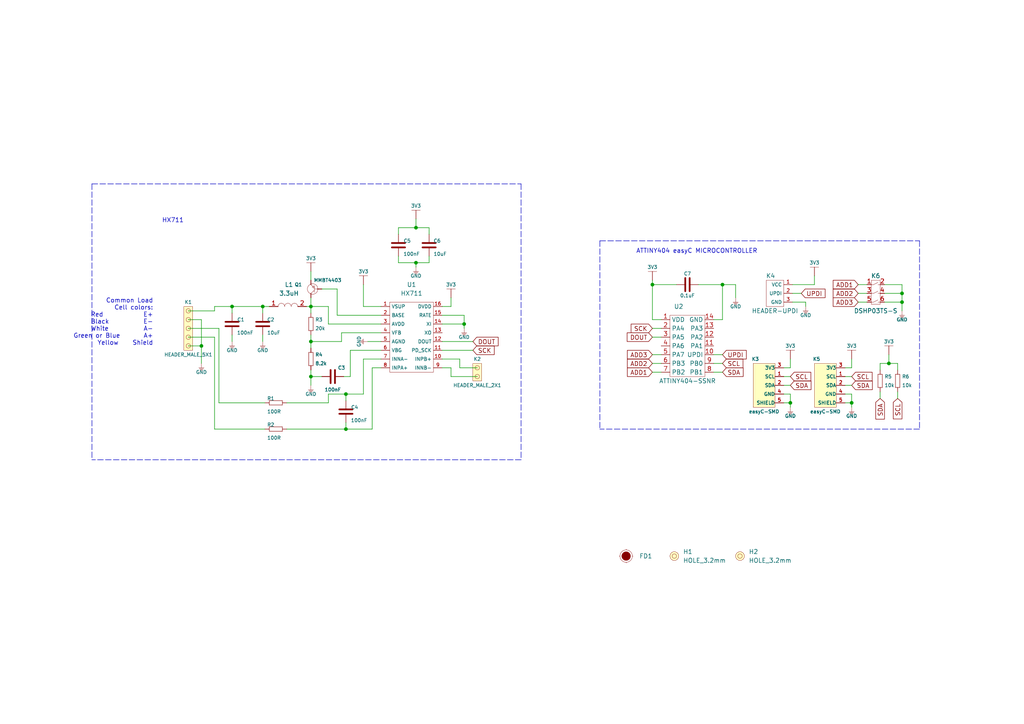
<source format=kicad_sch>
(kicad_sch (version 20210126) (generator eeschema)

  (paper "A4")

  (lib_symbols
    (symbol "e-radionica.com schematics:0603C" (pin_numbers hide) (pin_names (offset 0.002)) (in_bom yes) (on_board yes)
      (property "Reference" "C" (id 0) (at -0.635 3.175 0)
        (effects (font (size 1 1)))
      )
      (property "Value" "0603C" (id 1) (at 0 -3.175 0)
        (effects (font (size 1 1)))
      )
      (property "Footprint" "e-radionica.com footprinti:0603C" (id 2) (at 0 0 0)
        (effects (font (size 1 1)) hide)
      )
      (property "Datasheet" "" (id 3) (at 0 0 0)
        (effects (font (size 1 1)) hide)
      )
      (symbol "0603C_0_1"
        (polyline
          (pts
            (xy -0.635 1.905)
            (xy -0.635 -1.905)
          )
          (stroke (width 0.5)) (fill (type none))
        )
        (polyline
          (pts
            (xy 0.635 1.905)
            (xy 0.635 -1.905)
          )
          (stroke (width 0.5)) (fill (type none))
        )
      )
      (symbol "0603C_1_1"
        (pin passive line (at 3.175 0 180) (length 2.54)
          (name "~" (effects (font (size 1.27 1.27))))
          (number "2" (effects (font (size 1.27 1.27))))
        )
        (pin passive line (at -3.175 0 0) (length 2.54)
          (name "~" (effects (font (size 1.27 1.27))))
          (number "1" (effects (font (size 1.27 1.27))))
        )
      )
    )
    (symbol "e-radionica.com schematics:0603L" (in_bom yes) (on_board yes)
      (property "Reference" "L" (id 0) (at 0 1.905 0)
        (effects (font (size 1.27 1.27)))
      )
      (property "Value" "0603L" (id 1) (at 0 -1.27 0)
        (effects (font (size 1.27 1.27)))
      )
      (property "Footprint" "e-radionica.com footprinti:0603L" (id 2) (at 0 -1.27 0)
        (effects (font (size 1.27 1.27)) hide)
      )
      (property "Datasheet" "" (id 3) (at 0 -1.27 0)
        (effects (font (size 1.27 1.27)) hide)
      )
      (symbol "0603L_0_1"
        (arc (start -3.175 0) (end -1.27 0) (radius (at -2.2225 -0.0138) (length 0.9526) (angles 179.2 0.8))
          (stroke (width 0.0006)) (fill (type none))
        )
        (arc (start -1.27 0) (end 0.635 0) (radius (at -0.3175 -0.0138) (length 0.9526) (angles 179.2 0.8))
          (stroke (width 0.0006)) (fill (type none))
        )
        (arc (start 0.635 0) (end 2.54 0) (radius (at 1.5875 -0.0138) (length 0.9526) (angles 179.2 0.8))
          (stroke (width 0.0006)) (fill (type none))
        )
      )
      (symbol "0603L_1_1"
        (pin passive line (at -5.715 0 0) (length 2.54)
          (name "" (effects (font (size 1.27 1.27))))
          (number "1" (effects (font (size 1.27 1.27))))
        )
        (pin passive line (at 5.08 0 180) (length 2.54)
          (name "" (effects (font (size 1.27 1.27))))
          (number "2" (effects (font (size 1.27 1.27))))
        )
      )
    )
    (symbol "e-radionica.com schematics:0603R" (pin_numbers hide) (pin_names (offset 0.254)) (in_bom yes) (on_board yes)
      (property "Reference" "R" (id 0) (at -1.905 1.905 0)
        (effects (font (size 1 1)))
      )
      (property "Value" "0603R" (id 1) (at 0 -1.905 0)
        (effects (font (size 1 1)))
      )
      (property "Footprint" "e-radionica.com footprinti:0603R" (id 2) (at -0.635 1.905 0)
        (effects (font (size 1 1)) hide)
      )
      (property "Datasheet" "" (id 3) (at -0.635 1.905 0)
        (effects (font (size 1 1)) hide)
      )
      (symbol "0603R_0_1"
        (rectangle (start -1.905 0.635) (end -1.8796 -0.635)
          (stroke (width 0.1)) (fill (type none))
        )
        (rectangle (start -1.905 0.635) (end 1.905 0.6096)
          (stroke (width 0.1)) (fill (type none))
        )
        (rectangle (start -1.905 -0.635) (end 1.905 -0.6604)
          (stroke (width 0.1)) (fill (type none))
        )
        (rectangle (start 1.905 0.635) (end 1.9304 -0.635)
          (stroke (width 0.1)) (fill (type none))
        )
      )
      (symbol "0603R_1_1"
        (pin passive line (at -3.175 0 0) (length 1.27)
          (name "~" (effects (font (size 1.27 1.27))))
          (number "1" (effects (font (size 1.27 1.27))))
        )
        (pin passive line (at 3.175 0 180) (length 1.27)
          (name "~" (effects (font (size 1.27 1.27))))
          (number "2" (effects (font (size 1.27 1.27))))
        )
      )
    )
    (symbol "e-radionica.com schematics:1206C" (pin_numbers hide) (in_bom yes) (on_board yes)
      (property "Reference" "C" (id 0) (at -0.635 3.175 0)
        (effects (font (size 1 1)))
      )
      (property "Value" "1206C" (id 1) (at 0 -3.175 0)
        (effects (font (size 1 1)))
      )
      (property "Footprint" "e-radionica.com footprinti:1206C" (id 2) (at 0 0 0)
        (effects (font (size 1 1)) hide)
      )
      (property "Datasheet" "" (id 3) (at 0 0 0)
        (effects (font (size 1 1)) hide)
      )
      (symbol "1206C_0_1"
        (polyline
          (pts
            (xy -0.635 1.905)
            (xy -0.635 -1.905)
          )
          (stroke (width 0.5)) (fill (type none))
        )
        (polyline
          (pts
            (xy 0.635 1.905)
            (xy 0.635 -1.905)
          )
          (stroke (width 0.5)) (fill (type none))
        )
      )
      (symbol "1206C_1_1"
        (pin passive line (at 3.175 0 180) (length 2.54)
          (name "~" (effects (font (size 1.27 1.27))))
          (number "2" (effects (font (size 1.27 1.27))))
        )
        (pin passive line (at -3.175 0 0) (length 2.54)
          (name "~" (effects (font (size 1.27 1.27))))
          (number "1" (effects (font (size 1.27 1.27))))
        )
      )
    )
    (symbol "e-radionica.com schematics:3V3" (power) (pin_names (offset 0)) (in_bom yes) (on_board yes)
      (property "Reference" "#PWR" (id 0) (at 4.445 0 0)
        (effects (font (size 1 1)) hide)
      )
      (property "Value" "3V3" (id 1) (at 0 3.556 0)
        (effects (font (size 1 1)))
      )
      (property "Footprint" "" (id 2) (at 4.445 3.81 0)
        (effects (font (size 1 1)) hide)
      )
      (property "Datasheet" "" (id 3) (at 4.445 3.81 0)
        (effects (font (size 1 1)) hide)
      )
      (property "ki_keywords" "power-flag" (id 4) (at 0 0 0)
        (effects (font (size 1.27 1.27)) hide)
      )
      (property "ki_description" "Power symbol creates a global label with name \"+3V3\"" (id 5) (at 0 0 0)
        (effects (font (size 1.27 1.27)) hide)
      )
      (symbol "3V3_0_1"
        (polyline
          (pts
            (xy 0 0)
            (xy 0 2.54)
          )
          (stroke (width 0)) (fill (type none))
        )
        (polyline
          (pts
            (xy -1.27 2.54)
            (xy 1.27 2.54)
          )
          (stroke (width 0.0006)) (fill (type none))
        )
      )
      (symbol "3V3_1_1"
        (pin power_in line (at 0 0 90) (length 0) hide
          (name "3V3" (effects (font (size 1.27 1.27))))
          (number "1" (effects (font (size 1.27 1.27))))
        )
      )
    )
    (symbol "e-radionica.com schematics:ATTINY404-SSNR" (in_bom yes) (on_board yes)
      (property "Reference" "U" (id 0) (at -5.08 10.16 0)
        (effects (font (size 1.27 1.27)))
      )
      (property "Value" "ATTINY404-SSNR" (id 1) (at 0 -10.16 0)
        (effects (font (size 1.27 1.27)))
      )
      (property "Footprint" "e-radionica.com footprinti:SOIC-14" (id 2) (at 0 -11.43 0)
        (effects (font (size 1.27 1.27)) hide)
      )
      (property "Datasheet" "" (id 3) (at 0 -2.54 0)
        (effects (font (size 1.27 1.27)) hide)
      )
      (symbol "ATTINY404-SSNR_0_1"
        (rectangle (start -5.08 8.89) (end 5.08 -8.89)
          (stroke (width 0.0006)) (fill (type none))
        )
      )
      (symbol "ATTINY404-SSNR_1_1"
        (pin power_in line (at -7.62 7.62 0) (length 2.54)
          (name "VDD" (effects (font (size 1.27 1.27))))
          (number "1" (effects (font (size 1.27 1.27))))
        )
        (pin bidirectional line (at -7.62 5.08 0) (length 2.54)
          (name "PA4" (effects (font (size 1.27 1.27))))
          (number "2" (effects (font (size 1.27 1.27))))
        )
        (pin bidirectional line (at -7.62 2.54 0) (length 2.54)
          (name "PA5" (effects (font (size 1.27 1.27))))
          (number "3" (effects (font (size 1.27 1.27))))
        )
        (pin bidirectional line (at -7.62 0 0) (length 2.54)
          (name "PA6" (effects (font (size 1.27 1.27))))
          (number "4" (effects (font (size 1.27 1.27))))
        )
        (pin bidirectional line (at -7.62 -2.54 0) (length 2.54)
          (name "PA7" (effects (font (size 1.27 1.27))))
          (number "5" (effects (font (size 1.27 1.27))))
        )
        (pin bidirectional line (at -7.62 -5.08 0) (length 2.54)
          (name "PB3" (effects (font (size 1.27 1.27))))
          (number "6" (effects (font (size 1.27 1.27))))
        )
        (pin bidirectional line (at -7.62 -7.62 0) (length 2.54)
          (name "PB2" (effects (font (size 1.27 1.27))))
          (number "7" (effects (font (size 1.27 1.27))))
        )
        (pin bidirectional line (at 7.62 -7.62 180) (length 2.54)
          (name "PB1" (effects (font (size 1.27 1.27))))
          (number "8" (effects (font (size 1.27 1.27))))
        )
        (pin bidirectional line (at 7.62 -5.08 180) (length 2.54)
          (name "PB0" (effects (font (size 1.27 1.27))))
          (number "9" (effects (font (size 1.27 1.27))))
        )
        (pin bidirectional line (at 7.62 -2.54 180) (length 2.54)
          (name "UPDI" (effects (font (size 1.27 1.27))))
          (number "10" (effects (font (size 1.27 1.27))))
        )
        (pin bidirectional line (at 7.62 0 180) (length 2.54)
          (name "PA1" (effects (font (size 1.27 1.27))))
          (number "11" (effects (font (size 1.27 1.27))))
        )
        (pin bidirectional line (at 7.62 2.54 180) (length 2.54)
          (name "PA2" (effects (font (size 1.27 1.27))))
          (number "12" (effects (font (size 1.27 1.27))))
        )
        (pin bidirectional line (at 7.62 5.08 180) (length 2.54)
          (name "PA3" (effects (font (size 1.27 1.27))))
          (number "13" (effects (font (size 1.27 1.27))))
        )
        (pin power_in line (at 7.62 7.62 180) (length 2.54)
          (name "GND" (effects (font (size 1.27 1.27))))
          (number "14" (effects (font (size 1.27 1.27))))
        )
      )
    )
    (symbol "e-radionica.com schematics:DSHP03TS-S" (in_bom yes) (on_board yes)
      (property "Reference" "K" (id 0) (at 0 5.08 0)
        (effects (font (size 1.27 1.27)))
      )
      (property "Value" "DSHP03TS-S" (id 1) (at 0 -5.08 0)
        (effects (font (size 1.27 1.27)))
      )
      (property "Footprint" "e-radionica.com footprinti:DSHP03TS-S" (id 2) (at -1.27 -7.62 0)
        (effects (font (size 1.27 1.27)) hide)
      )
      (property "Datasheet" "" (id 3) (at 0 0 0)
        (effects (font (size 1.27 1.27)) hide)
      )
      (property "ki_keywords" "DIP SW SWITCH " (id 4) (at 0 0 0)
        (effects (font (size 1.27 1.27)) hide)
      )
      (symbol "DSHP03TS-S_0_1"
        (rectangle (start -1.27 3.81) (end 1.27 -3.175)
          (stroke (width 0.0006)) (fill (type none))
        )
        (polyline
          (pts
            (xy -1.27 2.54)
            (xy -0.635 2.54)
            (xy 0.635 3.175)
          )
          (stroke (width 0.0006)) (fill (type none))
        )
        (polyline
          (pts
            (xy -1.27 0)
            (xy -0.635 0)
            (xy 0.635 0.635)
          )
          (stroke (width 0.0006)) (fill (type none))
        )
        (polyline
          (pts
            (xy -1.27 -2.54)
            (xy -0.635 -2.54)
            (xy 0.635 -1.905)
          )
          (stroke (width 0.0006)) (fill (type none))
        )
        (polyline
          (pts
            (xy 1.27 -2.54)
            (xy 0.635 -2.54)
          )
          (stroke (width 0.0006)) (fill (type none))
        )
        (polyline
          (pts
            (xy 1.27 0)
            (xy 0.635 0)
          )
          (stroke (width 0.0006)) (fill (type none))
        )
        (polyline
          (pts
            (xy 1.27 2.54)
            (xy 0.635 2.54)
          )
          (stroke (width 0.0006)) (fill (type none))
        )
      )
      (symbol "DSHP03TS-S_1_1"
        (pin bidirectional line (at -2.54 2.54 0) (length 1.27)
          (name "~" (effects (font (size 1.27 1.27))))
          (number "1" (effects (font (size 1.27 1.27))))
        )
        (pin bidirectional line (at 2.54 2.54 180) (length 1.27)
          (name "~" (effects (font (size 1.27 1.27))))
          (number "2" (effects (font (size 1.27 1.27))))
        )
        (pin bidirectional line (at -2.54 0 0) (length 1.27)
          (name "~" (effects (font (size 1.27 1.27))))
          (number "3" (effects (font (size 1.27 1.27))))
        )
        (pin bidirectional line (at 2.54 0 180) (length 1.27)
          (name "~" (effects (font (size 1.27 1.27))))
          (number "4" (effects (font (size 1.27 1.27))))
        )
        (pin bidirectional line (at -2.54 -2.54 0) (length 1.27)
          (name "~" (effects (font (size 1.27 1.27))))
          (number "5" (effects (font (size 1.27 1.27))))
        )
        (pin bidirectional line (at 2.54 -2.54 180) (length 1.27)
          (name "~" (effects (font (size 1.27 1.27))))
          (number "6" (effects (font (size 1.27 1.27))))
        )
      )
    )
    (symbol "e-radionica.com schematics:Fiducial_Stencil" (pin_numbers hide) (pin_names hide) (in_bom yes) (on_board yes)
      (property "Reference" "FD?" (id 0) (at 0 3.048 0)
        (effects (font (size 1.27 1.27)))
      )
      (property "Value" "Fiducial_Stencil" (id 1) (at 0 -2.794 0)
        (effects (font (size 1.27 1.27)) hide)
      )
      (property "Footprint" "e-radionica.com footprinti:FIDUCIAL_1MM_PASTE" (id 2) (at 0 -6.35 0)
        (effects (font (size 1.27 1.27)) hide)
      )
      (property "Datasheet" "" (id 3) (at 0 0 0)
        (effects (font (size 1.27 1.27)) hide)
      )
      (symbol "Fiducial_Stencil_0_1"
        (circle (center 0 0) (radius 1.7961) (stroke (width 0.0006)) (fill (type none)))
        (circle (center 0 0) (radius 1.27) (stroke (width 0.001)) (fill (type outline)))
        (polyline
          (pts
            (xy 1.778 0)
            (xy 2.032 0)
          )
          (stroke (width 0.0006)) (fill (type none))
        )
        (polyline
          (pts
            (xy 0 1.778)
            (xy 0 2.032)
          )
          (stroke (width 0.0006)) (fill (type none))
        )
        (polyline
          (pts
            (xy -1.778 0)
            (xy -2.032 0)
          )
          (stroke (width 0.0006)) (fill (type none))
        )
        (polyline
          (pts
            (xy 0 -1.778)
            (xy 0 -2.032)
          )
          (stroke (width 0.0006)) (fill (type none))
        )
      )
    )
    (symbol "e-radionica.com schematics:GND" (power) (pin_names (offset 0)) (in_bom yes) (on_board yes)
      (property "Reference" "#PWR" (id 0) (at 4.445 0 0)
        (effects (font (size 1 1)) hide)
      )
      (property "Value" "GND" (id 1) (at 0 -2.921 0)
        (effects (font (size 1 1)))
      )
      (property "Footprint" "" (id 2) (at 4.445 3.81 0)
        (effects (font (size 1 1)) hide)
      )
      (property "Datasheet" "" (id 3) (at 4.445 3.81 0)
        (effects (font (size 1 1)) hide)
      )
      (property "ki_keywords" "power-flag" (id 4) (at 0 0 0)
        (effects (font (size 1.27 1.27)) hide)
      )
      (property "ki_description" "Power symbol creates a global label with name \"+3V3\"" (id 5) (at 0 0 0)
        (effects (font (size 1.27 1.27)) hide)
      )
      (symbol "GND_0_1"
        (polyline
          (pts
            (xy 0 0)
            (xy 0 -1.27)
          )
          (stroke (width 0.0006)) (fill (type none))
        )
        (polyline
          (pts
            (xy -0.762 -1.27)
            (xy 0.762 -1.27)
          )
          (stroke (width 0.0006)) (fill (type none))
        )
        (polyline
          (pts
            (xy -0.381 -1.778)
            (xy 0.381 -1.778)
          )
          (stroke (width 0.0006)) (fill (type none))
        )
        (polyline
          (pts
            (xy -0.127 -2.032)
            (xy 0.127 -2.032)
          )
          (stroke (width 0.0006)) (fill (type none))
        )
        (polyline
          (pts
            (xy -0.635 -1.524)
            (xy 0.635 -1.524)
          )
          (stroke (width 0.0006)) (fill (type none))
        )
      )
      (symbol "GND_1_1"
        (pin power_in line (at 0 0 270) (length 0) hide
          (name "GND" (effects (font (size 1.27 1.27))))
          (number "1" (effects (font (size 1.27 1.27))))
        )
      )
    )
    (symbol "e-radionica.com schematics:HEADER-UPDI" (in_bom yes) (on_board yes)
      (property "Reference" "K" (id 0) (at -1.27 5.08 0)
        (effects (font (size 1.27 1.27)))
      )
      (property "Value" "HEADER-UPDI" (id 1) (at 0 -5.08 0)
        (effects (font (size 1.27 1.27)))
      )
      (property "Footprint" "e-radionica.com footprinti:HEADER-UPDI" (id 2) (at 2.54 -7.62 0)
        (effects (font (size 1.27 1.27)) hide)
      )
      (property "Datasheet" "" (id 3) (at 2.54 0 0)
        (effects (font (size 1.27 1.27)) hide)
      )
      (symbol "HEADER-UPDI_0_1"
        (rectangle (start -2.54 3.81) (end 2.54 -3.81)
          (stroke (width 0.0006)) (fill (type none))
        )
      )
      (symbol "HEADER-UPDI_1_1"
        (pin power_in line (at 5.08 2.54 180) (length 2.54)
          (name "VCC" (effects (font (size 1 1))))
          (number "1" (effects (font (size 1 1))))
        )
        (pin bidirectional line (at 5.08 0 180) (length 2.54)
          (name "UPDI" (effects (font (size 1 1))))
          (number "2" (effects (font (size 1 1))))
        )
        (pin power_in line (at 5.08 -2.54 180) (length 2.54)
          (name "GND" (effects (font (size 1 1))))
          (number "3" (effects (font (size 1 1))))
        )
      )
    )
    (symbol "e-radionica.com schematics:HEADER_MALE_2X1" (pin_numbers hide) (pin_names hide) (in_bom yes) (on_board yes)
      (property "Reference" "K" (id 0) (at -1.27 5.08 0)
        (effects (font (size 1 1)))
      )
      (property "Value" "HEADER_MALE_2X1" (id 1) (at 0 -2.54 0)
        (effects (font (size 1 1)))
      )
      (property "Footprint" "e-radionica.com footprinti:HEADER_MALE_2X1" (id 2) (at 0 0 0)
        (effects (font (size 1 1)) hide)
      )
      (property "Datasheet" "" (id 3) (at 0 0 0)
        (effects (font (size 1 1)) hide)
      )
      (symbol "HEADER_MALE_2X1_0_1"
        (circle (center 0 2.54) (radius 0.635) (stroke (width 0.0006)) (fill (type none)))
        (circle (center 0 0) (radius 0.635) (stroke (width 0.0006)) (fill (type none)))
        (rectangle (start 1.27 -1.27) (end -1.27 3.81)
          (stroke (width 0.001)) (fill (type background))
        )
      )
      (symbol "HEADER_MALE_2X1_1_1"
        (pin passive line (at 0 0 180) (length 0)
          (name "~" (effects (font (size 1 1))))
          (number "1" (effects (font (size 1 1))))
        )
        (pin passive line (at 0 2.54 180) (length 0)
          (name "~" (effects (font (size 1 1))))
          (number "2" (effects (font (size 1 1))))
        )
      )
    )
    (symbol "e-radionica.com schematics:HEADER_MALE_5X1" (pin_numbers hide) (pin_names hide) (in_bom yes) (on_board yes)
      (property "Reference" "K" (id 0) (at -0.635 7.62 0)
        (effects (font (size 1 1)))
      )
      (property "Value" "HEADER_MALE_5X1" (id 1) (at 0.635 -7.62 0)
        (effects (font (size 1 1)))
      )
      (property "Footprint" "e-radionica.com footprinti:HEADER_MALE_5X1" (id 2) (at 0 0 0)
        (effects (font (size 1 1)) hide)
      )
      (property "Datasheet" "" (id 3) (at 0 0 0)
        (effects (font (size 1 1)) hide)
      )
      (symbol "HEADER_MALE_5X1_0_1"
        (circle (center 0 -5.08) (radius 0.635) (stroke (width 0.0006)) (fill (type none)))
        (circle (center 0 -2.54) (radius 0.635) (stroke (width 0.0006)) (fill (type none)))
        (circle (center 0 0) (radius 0.635) (stroke (width 0.0006)) (fill (type none)))
        (circle (center 0 2.54) (radius 0.635) (stroke (width 0.0006)) (fill (type none)))
        (circle (center 0 5.08) (radius 0.635) (stroke (width 0.0006)) (fill (type none)))
        (rectangle (start -1.27 6.35) (end 1.27 -6.35)
          (stroke (width 0.001)) (fill (type background))
        )
      )
      (symbol "HEADER_MALE_5X1_1_1"
        (pin passive line (at 0 -5.08 180) (length 0)
          (name "~" (effects (font (size 1 1))))
          (number "1" (effects (font (size 1 1))))
        )
        (pin passive line (at 0 -2.54 180) (length 0)
          (name "~" (effects (font (size 1 1))))
          (number "2" (effects (font (size 1 1))))
        )
        (pin passive line (at 0 0 180) (length 0)
          (name "~" (effects (font (size 1 1))))
          (number "3" (effects (font (size 1 1))))
        )
        (pin passive line (at 0 2.54 180) (length 0)
          (name "~" (effects (font (size 1 1))))
          (number "4" (effects (font (size 1 1))))
        )
        (pin passive line (at 0 5.08 180) (length 0)
          (name "~" (effects (font (size 0.991 0.991))))
          (number "5" (effects (font (size 0.991 0.991))))
        )
      )
    )
    (symbol "e-radionica.com schematics:HOLE_3.2mm" (pin_numbers hide) (pin_names hide) (in_bom yes) (on_board yes)
      (property "Reference" "H" (id 0) (at 0 2.54 0)
        (effects (font (size 1.27 1.27)))
      )
      (property "Value" "HOLE_3.2mm" (id 1) (at 0 -2.54 0)
        (effects (font (size 1.27 1.27)))
      )
      (property "Footprint" "e-radionica.com footprinti:HOLE_3.2mm" (id 2) (at 0 0 0)
        (effects (font (size 1.27 1.27)) hide)
      )
      (property "Datasheet" "" (id 3) (at 0 0 0)
        (effects (font (size 1.27 1.27)) hide)
      )
      (symbol "HOLE_3.2mm_0_1"
        (circle (center 0 0) (radius 1.27) (stroke (width 0.001)) (fill (type background)))
        (circle (center 0 0) (radius 0.635) (stroke (width 0.0006)) (fill (type none)))
      )
    )
    (symbol "e-radionica.com schematics:HX711" (in_bom yes) (on_board yes)
      (property "Reference" "U" (id 0) (at -1.27 7.62 0)
        (effects (font (size 1.27 1.27)))
      )
      (property "Value" "HX711" (id 1) (at 0 -11.43 0)
        (effects (font (size 1.27 1.27)))
      )
      (property "Footprint" "e-radionica.com footprinti:SOP-16" (id 2) (at -1.27 0 0)
        (effects (font (size 1.27 1.27)) hide)
      )
      (property "Datasheet" "" (id 3) (at 0 -5.08 0)
        (effects (font (size 1.27 1.27)) hide)
      )
      (symbol "HX711_0_1"
        (rectangle (start -6.35 10.16) (end 6.35 -10.16)
          (stroke (width 0.0006)) (fill (type none))
        )
      )
      (symbol "HX711_1_1"
        (pin power_in line (at -8.89 8.89 0) (length 2.54)
          (name "VSUP" (effects (font (size 1 1))))
          (number "1" (effects (font (size 1 1))))
        )
        (pin output line (at -8.89 6.35 0) (length 2.54)
          (name "BASE" (effects (font (size 1 1))))
          (number "2" (effects (font (size 1 1))))
        )
        (pin power_in line (at -8.89 3.81 0) (length 2.54)
          (name "AVDD" (effects (font (size 1 1))))
          (number "3" (effects (font (size 1 1))))
        )
        (pin input line (at -8.89 1.27 0) (length 2.54)
          (name "VFB" (effects (font (size 1 1))))
          (number "4" (effects (font (size 1 1))))
        )
        (pin passive line (at -8.89 -1.27 0) (length 2.54)
          (name "AGND" (effects (font (size 1 1))))
          (number "5" (effects (font (size 1 1))))
        )
        (pin output line (at -8.89 -3.81 0) (length 2.54)
          (name "VBG" (effects (font (size 1 1))))
          (number "6" (effects (font (size 1 1))))
        )
        (pin input line (at -8.89 -6.35 0) (length 2.54)
          (name "INNA-" (effects (font (size 1 1))))
          (number "7" (effects (font (size 1 1))))
        )
        (pin input line (at -8.89 -8.89 0) (length 2.54)
          (name "INPA+" (effects (font (size 1 1))))
          (number "8" (effects (font (size 1 1))))
        )
        (pin input line (at 8.89 -8.89 180) (length 2.54)
          (name "INNB-" (effects (font (size 1 1))))
          (number "9" (effects (font (size 1 1))))
        )
        (pin input line (at 8.89 -6.35 180) (length 2.54)
          (name "INPB+" (effects (font (size 1 1))))
          (number "10" (effects (font (size 1 1))))
        )
        (pin input line (at 8.89 -3.81 180) (length 2.54)
          (name "PD_SCK" (effects (font (size 1 1))))
          (number "11" (effects (font (size 1 1))))
        )
        (pin output line (at 8.89 -1.27 180) (length 2.54)
          (name "DOUT" (effects (font (size 1 1))))
          (number "12" (effects (font (size 1 1))))
        )
        (pin input line (at 8.89 1.27 180) (length 2.54)
          (name "XO" (effects (font (size 1 1))))
          (number "13" (effects (font (size 1 1))))
        )
        (pin input line (at 8.89 3.81 180) (length 2.54)
          (name "XI" (effects (font (size 1 1))))
          (number "14" (effects (font (size 1 1))))
        )
        (pin input line (at 8.89 6.35 180) (length 2.54)
          (name "RATE" (effects (font (size 1 1))))
          (number "15" (effects (font (size 1 1))))
        )
        (pin power_in line (at 8.89 8.89 180) (length 2.54)
          (name "DVDD" (effects (font (size 1 1))))
          (number "16" (effects (font (size 1 1))))
        )
      )
    )
    (symbol "e-radionica.com schematics:PNP-SOT-23-3" (pin_numbers hide) (pin_names hide) (in_bom yes) (on_board yes)
      (property "Reference" "Q" (id 0) (at -1.778 2.4892 0)
        (effects (font (size 1 1)))
      )
      (property "Value" "PNP-SOT-23-3" (id 1) (at -0.0508 -2.9464 0)
        (effects (font (size 1 1)))
      )
      (property "Footprint" "e-radionica.com footprinti:SOT-23-3" (id 2) (at 0 0 0)
        (effects (font (size 1 1)) hide)
      )
      (property "Datasheet" "" (id 3) (at 0 0 0)
        (effects (font (size 1 1)) hide)
      )
      (symbol "PNP-SOT-23-3_0_1"
        (circle (center -0.508 0) (radius 1.524) (stroke (width 0.0006)) (fill (type none)))
        (polyline
          (pts
            (xy -1.016 1.016)
            (xy -1.016 -1.016)
          )
          (stroke (width 0.0006)) (fill (type none))
        )
        (polyline
          (pts
            (xy -1.016 0.381)
            (xy 0 1.27)
          )
          (stroke (width 0.0006)) (fill (type none))
        )
        (polyline
          (pts
            (xy -0.508 -0.762)
            (xy 0 -1.27)
          )
          (stroke (width 0.1)) (fill (type none))
        )
        (polyline
          (pts
            (xy -2.032 0)
            (xy -1.016 0)
          )
          (stroke (width 0.0006)) (fill (type none))
        )
        (polyline
          (pts
            (xy -0.381 -0.508)
            (xy -0.762 -0.889)
            (xy -0.9906 -0.2794)
            (xy -0.381 -0.508)
          )
          (stroke (width 0.0006)) (fill (type none))
        )
      )
      (symbol "PNP-SOT-23-3_1_1"
        (pin passive line (at -3.175 0 0) (length 1.27)
          (name "B" (effects (font (size 1 1))))
          (number "1" (effects (font (size 1 1))))
        )
        (pin passive line (at 0 -2.54 90) (length 1.27)
          (name "E" (effects (font (size 1 1))))
          (number "2" (effects (font (size 1 1))))
        )
        (pin passive line (at 0 2.54 270) (length 1.27)
          (name "C" (effects (font (size 1 1))))
          (number "3" (effects (font (size 1 1))))
        )
      )
    )
    (symbol "e-radionica.com schematics:easyC-SMD" (pin_names (offset 0.002)) (in_bom yes) (on_board yes)
      (property "Reference" "K" (id 0) (at -2.54 10.16 0)
        (effects (font (size 1 1)))
      )
      (property "Value" "easyC-SMD" (id 1) (at 0 -5.08 0)
        (effects (font (size 1 1)))
      )
      (property "Footprint" "e-radionica.com footprinti:easyC-connector" (id 2) (at 3.175 2.54 0)
        (effects (font (size 1 1)) hide)
      )
      (property "Datasheet" "" (id 3) (at 3.175 2.54 0)
        (effects (font (size 1 1)) hide)
      )
      (symbol "easyC-SMD_0_1"
        (rectangle (start -3.175 8.89) (end 3.175 -3.81)
          (stroke (width 0.001)) (fill (type background))
        )
      )
      (symbol "easyC-SMD_1_1"
        (pin passive line (at 5.715 5.08 180) (length 2.54)
          (name "SCL" (effects (font (size 1 1))))
          (number "1" (effects (font (size 1 1))))
        )
        (pin passive line (at 5.715 2.54 180) (length 2.54)
          (name "SDA" (effects (font (size 1 1))))
          (number "2" (effects (font (size 1 1))))
        )
        (pin passive line (at 5.715 7.62 180) (length 2.54)
          (name "3V3" (effects (font (size 1 1))))
          (number "3" (effects (font (size 1 1))))
        )
        (pin passive line (at 5.715 0 180) (length 2.54)
          (name "GND" (effects (font (size 1 1))))
          (number "4" (effects (font (size 1 1))))
        )
        (pin passive line (at 5.715 -2.54 180) (length 2.54)
          (name "SHIELD" (effects (font (size 1 1))))
          (number "5" (effects (font (size 1 1))))
        )
      )
    )
  )

  (junction (at 58.42 100.33) (diameter 0.9144) (color 0 0 0 0))
  (junction (at 67.31 88.9) (diameter 0.9144) (color 0 0 0 0))
  (junction (at 76.2 88.9) (diameter 0.9144) (color 0 0 0 0))
  (junction (at 90.17 88.9) (diameter 0.9144) (color 0 0 0 0))
  (junction (at 90.17 99.06) (diameter 0.9144) (color 0 0 0 0))
  (junction (at 90.17 109.22) (diameter 0.9144) (color 0 0 0 0))
  (junction (at 100.33 114.3) (diameter 0.9144) (color 0 0 0 0))
  (junction (at 100.33 124.46) (diameter 0.9144) (color 0 0 0 0))
  (junction (at 120.65 66.04) (diameter 0.9144) (color 0 0 0 0))
  (junction (at 120.65 76.2) (diameter 0.9144) (color 0 0 0 0))
  (junction (at 134.62 93.98) (diameter 0.9144) (color 0 0 0 0))
  (junction (at 189.23 82.55) (diameter 0.9144) (color 0 0 0 0))
  (junction (at 209.55 82.55) (diameter 0.9144) (color 0 0 0 0))
  (junction (at 229.235 116.84) (diameter 0.9144) (color 0 0 0 0))
  (junction (at 247.015 116.84) (diameter 0.9144) (color 0 0 0 0))
  (junction (at 257.81 105.41) (diameter 0.9144) (color 0 0 0 0))
  (junction (at 261.62 85.09) (diameter 0.9144) (color 0 0 0 0))
  (junction (at 261.62 87.63) (diameter 0.9144) (color 0 0 0 0))

  (wire (pts (xy 54.61 90.17) (xy 62.23 90.17))
    (stroke (width 0) (type solid) (color 0 0 0 0))
    (uuid 5ff9f32f-1ebe-4b61-9516-86db1fb7d303)
  )
  (wire (pts (xy 54.61 92.71) (xy 58.42 92.71))
    (stroke (width 0) (type solid) (color 0 0 0 0))
    (uuid 30a70a1b-a242-40eb-84bb-cef60126ee98)
  )
  (wire (pts (xy 54.61 95.25) (xy 63.5 95.25))
    (stroke (width 0) (type solid) (color 0 0 0 0))
    (uuid ccc39ffe-e4d5-4ace-84aa-880721c43718)
  )
  (wire (pts (xy 54.61 97.79) (xy 62.23 97.79))
    (stroke (width 0) (type solid) (color 0 0 0 0))
    (uuid 5b9434c6-7a1b-40c2-89cc-822843661e25)
  )
  (wire (pts (xy 54.61 100.33) (xy 58.42 100.33))
    (stroke (width 0) (type solid) (color 0 0 0 0))
    (uuid b7ce084a-46d8-471e-90dd-2f70eef1c9b5)
  )
  (wire (pts (xy 58.42 92.71) (xy 58.42 100.33))
    (stroke (width 0) (type solid) (color 0 0 0 0))
    (uuid 97f001da-6a06-4e03-b54d-215088850c76)
  )
  (wire (pts (xy 58.42 100.33) (xy 58.42 105.41))
    (stroke (width 0) (type solid) (color 0 0 0 0))
    (uuid aebcd64d-c15e-4af3-a9ed-7e747b388d0a)
  )
  (wire (pts (xy 62.23 88.9) (xy 67.31 88.9))
    (stroke (width 0) (type solid) (color 0 0 0 0))
    (uuid 3460eea1-d422-49fe-854f-686fe7633d0f)
  )
  (wire (pts (xy 62.23 90.17) (xy 62.23 88.9))
    (stroke (width 0) (type solid) (color 0 0 0 0))
    (uuid f9b3510a-f724-4afc-93fb-abd700a30e41)
  )
  (wire (pts (xy 62.23 97.79) (xy 62.23 124.46))
    (stroke (width 0) (type solid) (color 0 0 0 0))
    (uuid 2a41b2f3-0115-4470-8742-d2994c7c73df)
  )
  (wire (pts (xy 62.23 124.46) (xy 76.835 124.46))
    (stroke (width 0) (type solid) (color 0 0 0 0))
    (uuid 3b6c059f-f27c-41c3-88f2-7e0f954aec92)
  )
  (wire (pts (xy 63.5 116.84) (xy 63.5 95.25))
    (stroke (width 0) (type solid) (color 0 0 0 0))
    (uuid 0a4dbdbd-3913-4bad-acfb-5fe313814b5f)
  )
  (wire (pts (xy 67.31 88.9) (xy 67.31 90.805))
    (stroke (width 0) (type solid) (color 0 0 0 0))
    (uuid b7534caf-a70e-4a7e-957c-407f30bb00ae)
  )
  (wire (pts (xy 67.31 97.155) (xy 67.31 99.06))
    (stroke (width 0) (type solid) (color 0 0 0 0))
    (uuid 81572be4-ac34-4b3e-94dc-3a44abd7efe8)
  )
  (wire (pts (xy 76.2 88.9) (xy 67.31 88.9))
    (stroke (width 0) (type solid) (color 0 0 0 0))
    (uuid 9955b90c-f63b-4ee3-aa7a-8c1109f06ac5)
  )
  (wire (pts (xy 76.2 88.9) (xy 78.105 88.9))
    (stroke (width 0) (type solid) (color 0 0 0 0))
    (uuid 5c545858-046a-43ab-9f9b-5a3790fd44c9)
  )
  (wire (pts (xy 76.2 90.805) (xy 76.2 88.9))
    (stroke (width 0) (type solid) (color 0 0 0 0))
    (uuid 405acf0f-5e36-4fea-97ab-700e25d3a31a)
  )
  (wire (pts (xy 76.2 97.155) (xy 76.2 99.06))
    (stroke (width 0) (type solid) (color 0 0 0 0))
    (uuid 8aba6131-24ce-4453-b7b4-c38d2df92502)
  )
  (wire (pts (xy 76.835 116.84) (xy 63.5 116.84))
    (stroke (width 0) (type solid) (color 0 0 0 0))
    (uuid 8f95bbb6-a18c-4d39-bb8c-56994b20e840)
  )
  (wire (pts (xy 83.185 116.84) (xy 95.25 116.84))
    (stroke (width 0) (type solid) (color 0 0 0 0))
    (uuid 1d3969f9-6c55-4ae1-af86-cdc4c325c097)
  )
  (wire (pts (xy 83.185 124.46) (xy 100.33 124.46))
    (stroke (width 0) (type solid) (color 0 0 0 0))
    (uuid 46cceedc-8e01-4d6e-b5b8-5324b9d30dc4)
  )
  (wire (pts (xy 88.9 88.9) (xy 90.17 88.9))
    (stroke (width 0) (type solid) (color 0 0 0 0))
    (uuid 938ad868-6c74-464e-89af-da7d3fe34ef4)
  )
  (wire (pts (xy 90.17 78.74) (xy 90.17 81.28))
    (stroke (width 0) (type solid) (color 0 0 0 0))
    (uuid 4095955e-fa10-4bfd-b64e-d23d99c62ac4)
  )
  (wire (pts (xy 90.17 88.9) (xy 90.17 86.36))
    (stroke (width 0) (type solid) (color 0 0 0 0))
    (uuid 8128fbf6-0840-4003-b271-cb6705a8be7f)
  )
  (wire (pts (xy 90.17 88.9) (xy 90.17 90.805))
    (stroke (width 0) (type solid) (color 0 0 0 0))
    (uuid 701c36a7-ad15-4897-87ee-af7a84ed7ca5)
  )
  (wire (pts (xy 90.17 97.155) (xy 90.17 99.06))
    (stroke (width 0) (type solid) (color 0 0 0 0))
    (uuid 785cf5cc-eb65-4601-874f-6920b01403dd)
  )
  (wire (pts (xy 90.17 99.06) (xy 90.17 100.965))
    (stroke (width 0) (type solid) (color 0 0 0 0))
    (uuid 500c147c-5b9e-43a4-92f0-57fba59950dc)
  )
  (wire (pts (xy 90.17 107.315) (xy 90.17 109.22))
    (stroke (width 0) (type solid) (color 0 0 0 0))
    (uuid 68d29b03-c2aa-4116-b50c-078d0169f33c)
  )
  (wire (pts (xy 90.17 109.22) (xy 90.17 111.76))
    (stroke (width 0) (type solid) (color 0 0 0 0))
    (uuid 0514e72d-0984-4876-b198-fe50b2a76e9c)
  )
  (wire (pts (xy 93.345 109.22) (xy 90.17 109.22))
    (stroke (width 0) (type solid) (color 0 0 0 0))
    (uuid 73fa6004-5010-42d0-b2c8-80ede49dd634)
  )
  (wire (pts (xy 95.25 88.9) (xy 90.17 88.9))
    (stroke (width 0) (type solid) (color 0 0 0 0))
    (uuid 369b941a-d1ab-4555-a3bb-07ba3613aa00)
  )
  (wire (pts (xy 95.25 93.98) (xy 95.25 88.9))
    (stroke (width 0) (type solid) (color 0 0 0 0))
    (uuid f681dac8-077f-4c47-9b73-91609d28a30c)
  )
  (wire (pts (xy 95.25 93.98) (xy 110.49 93.98))
    (stroke (width 0) (type solid) (color 0 0 0 0))
    (uuid ac8e4e0b-7639-4ecb-919f-4d72a878f860)
  )
  (wire (pts (xy 95.25 114.3) (xy 100.33 114.3))
    (stroke (width 0) (type solid) (color 0 0 0 0))
    (uuid 99414d4a-456e-42ee-bd9d-74bb668b881e)
  )
  (wire (pts (xy 95.25 116.84) (xy 95.25 114.3))
    (stroke (width 0) (type solid) (color 0 0 0 0))
    (uuid d6db26f6-cb87-4fe0-9934-1e31f18ed337)
  )
  (wire (pts (xy 97.79 83.82) (xy 93.345 83.82))
    (stroke (width 0) (type solid) (color 0 0 0 0))
    (uuid 1b08ace4-77dd-4db4-a4d0-72131b7d707b)
  )
  (wire (pts (xy 97.79 91.44) (xy 97.79 83.82))
    (stroke (width 0) (type solid) (color 0 0 0 0))
    (uuid b740e7d9-5640-4aa5-b0f0-e9896c2cee29)
  )
  (wire (pts (xy 97.79 91.44) (xy 110.49 91.44))
    (stroke (width 0) (type solid) (color 0 0 0 0))
    (uuid 55fc8e3e-b516-47f8-bb38-8eff2ca9c57b)
  )
  (wire (pts (xy 99.06 96.52) (xy 99.06 99.06))
    (stroke (width 0) (type solid) (color 0 0 0 0))
    (uuid 9de77b6a-9a65-49bc-ab22-5a88a900ae6e)
  )
  (wire (pts (xy 99.06 99.06) (xy 90.17 99.06))
    (stroke (width 0) (type solid) (color 0 0 0 0))
    (uuid 27f92f9f-186a-4169-ad99-ae1f049c980d)
  )
  (wire (pts (xy 99.695 109.22) (xy 101.6 109.22))
    (stroke (width 0) (type solid) (color 0 0 0 0))
    (uuid c3290ae0-e484-46b8-8ed5-ab8adb080fc1)
  )
  (wire (pts (xy 100.33 114.3) (xy 105.41 114.3))
    (stroke (width 0) (type solid) (color 0 0 0 0))
    (uuid b1667393-ecce-4f45-81cf-0ccd6e052614)
  )
  (wire (pts (xy 100.33 116.205) (xy 100.33 114.3))
    (stroke (width 0) (type solid) (color 0 0 0 0))
    (uuid 05ebf984-c299-4dac-bb04-e0fb564d8070)
  )
  (wire (pts (xy 100.33 122.555) (xy 100.33 124.46))
    (stroke (width 0) (type solid) (color 0 0 0 0))
    (uuid 6d44898a-92c1-4222-b692-5b96ee68a46f)
  )
  (wire (pts (xy 100.33 124.46) (xy 107.95 124.46))
    (stroke (width 0) (type solid) (color 0 0 0 0))
    (uuid ed990a2f-5b19-4548-82ce-18d8cf6930ca)
  )
  (wire (pts (xy 101.6 101.6) (xy 110.49 101.6))
    (stroke (width 0) (type solid) (color 0 0 0 0))
    (uuid defa207e-3564-4e3d-af89-250bdc71784e)
  )
  (wire (pts (xy 101.6 109.22) (xy 101.6 101.6))
    (stroke (width 0) (type solid) (color 0 0 0 0))
    (uuid 30a60e90-fa84-4535-b1b8-94fa9572581b)
  )
  (wire (pts (xy 105.41 88.9) (xy 105.41 82.55))
    (stroke (width 0) (type solid) (color 0 0 0 0))
    (uuid 967e4fc6-ea94-4562-8533-23f3c7c1f771)
  )
  (wire (pts (xy 105.41 104.14) (xy 110.49 104.14))
    (stroke (width 0) (type solid) (color 0 0 0 0))
    (uuid ed153a97-d918-46ed-b7bb-0eb7826d71a5)
  )
  (wire (pts (xy 105.41 114.3) (xy 105.41 104.14))
    (stroke (width 0) (type solid) (color 0 0 0 0))
    (uuid 898a18b8-d0a0-4b01-9292-12e4bfe6464e)
  )
  (wire (pts (xy 106.68 99.06) (xy 110.49 99.06))
    (stroke (width 0) (type solid) (color 0 0 0 0))
    (uuid 0fe72295-85a1-41e6-ac68-a3da87c2c33b)
  )
  (wire (pts (xy 107.95 106.68) (xy 110.49 106.68))
    (stroke (width 0) (type solid) (color 0 0 0 0))
    (uuid 96b9c720-04cd-430e-b7bf-119d1ff39675)
  )
  (wire (pts (xy 107.95 124.46) (xy 107.95 106.68))
    (stroke (width 0) (type solid) (color 0 0 0 0))
    (uuid 786e57df-71c5-4d6a-be04-4c853495e214)
  )
  (wire (pts (xy 110.49 88.9) (xy 105.41 88.9))
    (stroke (width 0) (type solid) (color 0 0 0 0))
    (uuid 19699924-5e84-4a51-8320-c91c0a95a22f)
  )
  (wire (pts (xy 110.49 96.52) (xy 99.06 96.52))
    (stroke (width 0) (type solid) (color 0 0 0 0))
    (uuid 0a0f569c-1052-4e95-a075-3369899b06e2)
  )
  (wire (pts (xy 115.57 66.04) (xy 120.65 66.04))
    (stroke (width 0) (type solid) (color 0 0 0 0))
    (uuid c98d0ca6-e4ea-424f-bfb2-f3c017770dbf)
  )
  (wire (pts (xy 115.57 67.945) (xy 115.57 66.04))
    (stroke (width 0) (type solid) (color 0 0 0 0))
    (uuid 2662888e-370f-40ed-b795-8dc848e15dd9)
  )
  (wire (pts (xy 115.57 74.295) (xy 115.57 76.2))
    (stroke (width 0) (type solid) (color 0 0 0 0))
    (uuid 51d4ae00-d0e3-4f82-9f2a-66b3fb40cb88)
  )
  (wire (pts (xy 115.57 76.2) (xy 120.65 76.2))
    (stroke (width 0) (type solid) (color 0 0 0 0))
    (uuid 951bacbe-69e8-4d72-9a1b-167a8c0aa347)
  )
  (wire (pts (xy 120.65 66.04) (xy 120.65 63.5))
    (stroke (width 0) (type solid) (color 0 0 0 0))
    (uuid 4fd7dbd5-6f5e-45aa-af60-1bf34af410bf)
  )
  (wire (pts (xy 120.65 76.2) (xy 120.65 77.47))
    (stroke (width 0) (type solid) (color 0 0 0 0))
    (uuid 350c8ca8-07ae-4111-bf37-07325c5ea7e6)
  )
  (wire (pts (xy 124.46 66.04) (xy 120.65 66.04))
    (stroke (width 0) (type solid) (color 0 0 0 0))
    (uuid 55976134-0cd5-4373-857d-0d2c0256dbde)
  )
  (wire (pts (xy 124.46 67.945) (xy 124.46 66.04))
    (stroke (width 0) (type solid) (color 0 0 0 0))
    (uuid 7c5c1c23-ee40-4705-9fbc-ed77aa2e023d)
  )
  (wire (pts (xy 124.46 74.295) (xy 124.46 76.2))
    (stroke (width 0) (type solid) (color 0 0 0 0))
    (uuid 5e83a626-f2c9-41fc-b4c8-18a0b1200695)
  )
  (wire (pts (xy 124.46 76.2) (xy 120.65 76.2))
    (stroke (width 0) (type solid) (color 0 0 0 0))
    (uuid 2cc204b4-df44-4e49-bf16-ae60e9e3ac4c)
  )
  (wire (pts (xy 128.27 88.9) (xy 130.81 88.9))
    (stroke (width 0) (type solid) (color 0 0 0 0))
    (uuid 7673e117-80ea-47c0-8c7d-63bd06db7dbc)
  )
  (wire (pts (xy 128.27 91.44) (xy 134.62 91.44))
    (stroke (width 0) (type solid) (color 0 0 0 0))
    (uuid 5295e43b-4cb6-4d48-b5dd-bde3d0027498)
  )
  (wire (pts (xy 128.27 93.98) (xy 134.62 93.98))
    (stroke (width 0) (type solid) (color 0 0 0 0))
    (uuid 762cc63d-dfac-4116-b4db-8db18182e613)
  )
  (wire (pts (xy 128.27 99.06) (xy 137.16 99.06))
    (stroke (width 0) (type solid) (color 0 0 0 0))
    (uuid 4223247d-7bd1-479e-bc6e-670732898367)
  )
  (wire (pts (xy 128.27 101.6) (xy 137.16 101.6))
    (stroke (width 0) (type solid) (color 0 0 0 0))
    (uuid 66c7f67b-c5f9-4bcd-804c-2de9392b2ec9)
  )
  (wire (pts (xy 128.27 106.68) (xy 130.81 106.68))
    (stroke (width 0) (type solid) (color 0 0 0 0))
    (uuid 015ee734-11bf-48d7-b8fc-5baad19abce5)
  )
  (wire (pts (xy 130.81 88.9) (xy 130.81 86.36))
    (stroke (width 0) (type solid) (color 0 0 0 0))
    (uuid 4a20a88b-6364-48a6-89bd-48f7acafd844)
  )
  (wire (pts (xy 130.81 106.68) (xy 130.81 109.22))
    (stroke (width 0) (type solid) (color 0 0 0 0))
    (uuid b0031eb1-22d5-4994-8405-6bbd5399371d)
  )
  (wire (pts (xy 130.81 109.22) (xy 138.43 109.22))
    (stroke (width 0) (type solid) (color 0 0 0 0))
    (uuid 583c087d-1d36-4a59-810f-e56c30ca2cc9)
  )
  (wire (pts (xy 133.35 104.14) (xy 128.27 104.14))
    (stroke (width 0) (type solid) (color 0 0 0 0))
    (uuid 9a59a0ee-be01-452b-8536-1541ed7649d6)
  )
  (wire (pts (xy 133.35 106.68) (xy 133.35 104.14))
    (stroke (width 0) (type solid) (color 0 0 0 0))
    (uuid 83616334-e91e-46c2-b398-5fe03827a58b)
  )
  (wire (pts (xy 134.62 91.44) (xy 134.62 93.98))
    (stroke (width 0) (type solid) (color 0 0 0 0))
    (uuid d9010e7f-560a-4d6d-b7b1-8cfdfccef5a3)
  )
  (wire (pts (xy 134.62 93.98) (xy 134.62 95.25))
    (stroke (width 0) (type solid) (color 0 0 0 0))
    (uuid 3b4bd9b4-e4c6-48d1-904f-930b3f577d43)
  )
  (wire (pts (xy 138.43 106.68) (xy 133.35 106.68))
    (stroke (width 0) (type solid) (color 0 0 0 0))
    (uuid 0cd7a2ff-c0bb-4b50-b0ae-f540555dea7e)
  )
  (wire (pts (xy 189.23 82.55) (xy 189.23 81.28))
    (stroke (width 0) (type solid) (color 0 0 0 0))
    (uuid 15847ef7-e011-4f85-8835-a70c8eede543)
  )
  (wire (pts (xy 189.23 92.71) (xy 189.23 82.55))
    (stroke (width 0) (type solid) (color 0 0 0 0))
    (uuid 175e79d2-ce66-4b6c-952f-f9f4265f7091)
  )
  (wire (pts (xy 189.23 95.25) (xy 191.77 95.25))
    (stroke (width 0) (type solid) (color 0 0 0 0))
    (uuid c279091b-0f4d-445b-a5cd-406cfef2042c)
  )
  (wire (pts (xy 189.23 97.79) (xy 191.77 97.79))
    (stroke (width 0) (type solid) (color 0 0 0 0))
    (uuid 197e2358-dd64-461d-a7b6-eb07b7604f28)
  )
  (wire (pts (xy 189.23 102.87) (xy 191.77 102.87))
    (stroke (width 0) (type solid) (color 0 0 0 0))
    (uuid 64c21e77-39b4-40a1-8ceb-029acc003781)
  )
  (wire (pts (xy 189.23 105.41) (xy 191.77 105.41))
    (stroke (width 0) (type solid) (color 0 0 0 0))
    (uuid d14bcb14-e55a-44bc-86a1-424ac57aef04)
  )
  (wire (pts (xy 189.23 107.95) (xy 191.77 107.95))
    (stroke (width 0) (type solid) (color 0 0 0 0))
    (uuid 7b307e73-39d6-4611-a291-c14743c320cc)
  )
  (wire (pts (xy 191.77 92.71) (xy 189.23 92.71))
    (stroke (width 0) (type solid) (color 0 0 0 0))
    (uuid 2efa00c3-48c7-4425-9047-5655472a2378)
  )
  (wire (pts (xy 196.215 82.55) (xy 189.23 82.55))
    (stroke (width 0) (type solid) (color 0 0 0 0))
    (uuid d0aa260b-e677-41a0-b7f9-00caf19cdbcb)
  )
  (wire (pts (xy 202.565 82.55) (xy 209.55 82.55))
    (stroke (width 0) (type solid) (color 0 0 0 0))
    (uuid 1c2678aa-8a43-4557-86fe-0d772c41f276)
  )
  (wire (pts (xy 207.01 102.87) (xy 209.55 102.87))
    (stroke (width 0) (type solid) (color 0 0 0 0))
    (uuid 8aa85f4a-8234-4d2b-944e-8dc14c052842)
  )
  (wire (pts (xy 207.01 105.41) (xy 209.55 105.41))
    (stroke (width 0) (type solid) (color 0 0 0 0))
    (uuid 885e3d5d-efec-4b44-bdc3-dd3c0b293927)
  )
  (wire (pts (xy 207.01 107.95) (xy 209.55 107.95))
    (stroke (width 0) (type solid) (color 0 0 0 0))
    (uuid 8fc3b0a8-03b2-4d0c-b93b-bc098613cd9d)
  )
  (wire (pts (xy 209.55 82.55) (xy 209.55 92.71))
    (stroke (width 0) (type solid) (color 0 0 0 0))
    (uuid b491bfe5-dd2c-4e63-91b0-13b8585e7336)
  )
  (wire (pts (xy 209.55 82.55) (xy 213.36 82.55))
    (stroke (width 0) (type solid) (color 0 0 0 0))
    (uuid 08638089-bad9-4f00-9b3e-2eb5993d57c6)
  )
  (wire (pts (xy 209.55 92.71) (xy 207.01 92.71))
    (stroke (width 0) (type solid) (color 0 0 0 0))
    (uuid 5aecb085-f1dc-4230-bd17-a2a13c38354d)
  )
  (wire (pts (xy 213.36 82.55) (xy 213.36 86.36))
    (stroke (width 0) (type solid) (color 0 0 0 0))
    (uuid aa85c23c-d85a-4721-9aba-c0ace54e837d)
  )
  (wire (pts (xy 227.33 106.68) (xy 229.235 106.68))
    (stroke (width 0) (type solid) (color 0 0 0 0))
    (uuid 4b8a8600-cbdb-41d8-830f-eec8956a87d6)
  )
  (wire (pts (xy 227.33 109.22) (xy 229.235 109.22))
    (stroke (width 0) (type solid) (color 0 0 0 0))
    (uuid c2edd094-316b-4e86-a60f-c696b4789293)
  )
  (wire (pts (xy 227.33 111.76) (xy 229.235 111.76))
    (stroke (width 0) (type solid) (color 0 0 0 0))
    (uuid 1bdc9a17-4dcd-45f3-bb75-901ecf13a99d)
  )
  (wire (pts (xy 227.33 114.3) (xy 229.235 114.3))
    (stroke (width 0) (type solid) (color 0 0 0 0))
    (uuid b53b6713-ad9b-40a7-a5f0-abbb9874ee35)
  )
  (wire (pts (xy 227.33 116.84) (xy 229.235 116.84))
    (stroke (width 0) (type solid) (color 0 0 0 0))
    (uuid beab8ecc-c0a3-4bb4-a283-d18f3f4c1a66)
  )
  (wire (pts (xy 229.235 106.68) (xy 229.235 104.14))
    (stroke (width 0) (type solid) (color 0 0 0 0))
    (uuid a1c1ac5d-733b-435f-b456-53155e26f538)
  )
  (wire (pts (xy 229.235 114.3) (xy 229.235 116.84))
    (stroke (width 0) (type solid) (color 0 0 0 0))
    (uuid 32c09f28-86a6-4c11-9827-3fe2927fc112)
  )
  (wire (pts (xy 229.235 116.84) (xy 229.235 118.11))
    (stroke (width 0) (type solid) (color 0 0 0 0))
    (uuid 10ff4d5c-3610-49cc-907b-ca9e991c8119)
  )
  (wire (pts (xy 229.87 82.55) (xy 236.22 82.55))
    (stroke (width 0) (type solid) (color 0 0 0 0))
    (uuid dea2fb18-6257-49e6-9e44-b7ebc200a9a2)
  )
  (wire (pts (xy 229.87 85.09) (xy 232.41 85.09))
    (stroke (width 0) (type solid) (color 0 0 0 0))
    (uuid 96bdbc7b-44c6-4b8d-88e3-ce2023d5d9ec)
  )
  (wire (pts (xy 229.87 87.63) (xy 233.68 87.63))
    (stroke (width 0) (type solid) (color 0 0 0 0))
    (uuid 73bb82b0-147f-493c-9e40-f8e86b1fd460)
  )
  (wire (pts (xy 233.68 87.63) (xy 233.68 88.9))
    (stroke (width 0) (type solid) (color 0 0 0 0))
    (uuid b6ab2d06-d356-43d5-b90b-128c267e3120)
  )
  (wire (pts (xy 236.22 82.55) (xy 236.22 80.01))
    (stroke (width 0) (type solid) (color 0 0 0 0))
    (uuid 8ba30a55-5856-49c3-ac80-2c12a207b36c)
  )
  (wire (pts (xy 245.11 106.68) (xy 247.015 106.68))
    (stroke (width 0) (type solid) (color 0 0 0 0))
    (uuid 390c4a65-0fc6-4197-bd6c-1dd69822c936)
  )
  (wire (pts (xy 245.11 109.22) (xy 247.015 109.22))
    (stroke (width 0) (type solid) (color 0 0 0 0))
    (uuid 0655d4cd-1412-4abd-9c32-446df65f78df)
  )
  (wire (pts (xy 245.11 111.76) (xy 247.015 111.76))
    (stroke (width 0) (type solid) (color 0 0 0 0))
    (uuid dc5fd0e1-cda9-43d8-afc0-05089b594e31)
  )
  (wire (pts (xy 245.11 114.3) (xy 247.015 114.3))
    (stroke (width 0) (type solid) (color 0 0 0 0))
    (uuid 42ebdac5-2cb5-4f01-9548-e0e8dcff640d)
  )
  (wire (pts (xy 245.11 116.84) (xy 247.015 116.84))
    (stroke (width 0) (type solid) (color 0 0 0 0))
    (uuid 9a02f138-6e51-44c4-b4b6-8d6ba3de7314)
  )
  (wire (pts (xy 247.015 106.68) (xy 247.015 104.14))
    (stroke (width 0) (type solid) (color 0 0 0 0))
    (uuid fc81268d-9277-4e19-9d65-d3c006869d9a)
  )
  (wire (pts (xy 247.015 114.3) (xy 247.015 116.84))
    (stroke (width 0) (type solid) (color 0 0 0 0))
    (uuid bcbec975-9524-45ec-b854-3563a14653f0)
  )
  (wire (pts (xy 247.015 116.84) (xy 247.015 118.11))
    (stroke (width 0) (type solid) (color 0 0 0 0))
    (uuid b0b877c2-2560-47e6-8eac-568752ff7d80)
  )
  (wire (pts (xy 248.92 82.55) (xy 251.46 82.55))
    (stroke (width 0) (type solid) (color 0 0 0 0))
    (uuid c9e54c39-5063-4b16-a93b-2cc078d3cef4)
  )
  (wire (pts (xy 248.92 85.09) (xy 251.46 85.09))
    (stroke (width 0) (type solid) (color 0 0 0 0))
    (uuid fe0d1504-4018-4aec-9ed7-d9a44adca443)
  )
  (wire (pts (xy 248.92 87.63) (xy 251.46 87.63))
    (stroke (width 0) (type solid) (color 0 0 0 0))
    (uuid 439c559f-cefd-4af2-95e5-97202f600feb)
  )
  (wire (pts (xy 255.27 105.41) (xy 257.81 105.41))
    (stroke (width 0) (type solid) (color 0 0 0 0))
    (uuid dde6eaad-db31-406c-b4ce-5b27040038e2)
  )
  (wire (pts (xy 255.27 107.315) (xy 255.27 105.41))
    (stroke (width 0) (type solid) (color 0 0 0 0))
    (uuid 16551cdb-7771-4e96-8462-e8baa0db4983)
  )
  (wire (pts (xy 255.27 113.665) (xy 255.27 115.57))
    (stroke (width 0) (type solid) (color 0 0 0 0))
    (uuid d8ac0748-b67b-4b3a-91f8-c85d7accf4a5)
  )
  (wire (pts (xy 256.54 82.55) (xy 261.62 82.55))
    (stroke (width 0) (type solid) (color 0 0 0 0))
    (uuid ad31aa4c-b986-45a7-9caa-16e7fee9f37b)
  )
  (wire (pts (xy 256.54 85.09) (xy 261.62 85.09))
    (stroke (width 0) (type solid) (color 0 0 0 0))
    (uuid 81fa0eff-1e6c-4432-9c8c-b819524e63b7)
  )
  (wire (pts (xy 256.54 87.63) (xy 261.62 87.63))
    (stroke (width 0) (type solid) (color 0 0 0 0))
    (uuid 418ea4a0-a8aa-4aa6-aec3-f8fcb1398a4a)
  )
  (wire (pts (xy 257.81 105.41) (xy 257.81 102.87))
    (stroke (width 0) (type solid) (color 0 0 0 0))
    (uuid 29ca560e-a247-48cb-be82-8f9f5a866ea1)
  )
  (wire (pts (xy 260.35 105.41) (xy 257.81 105.41))
    (stroke (width 0) (type solid) (color 0 0 0 0))
    (uuid 101206bf-5f6a-42d1-b369-98a9faabf315)
  )
  (wire (pts (xy 260.35 107.315) (xy 260.35 105.41))
    (stroke (width 0) (type solid) (color 0 0 0 0))
    (uuid e4d24b1a-a8f2-4092-9f24-9489b220c6ae)
  )
  (wire (pts (xy 260.35 113.665) (xy 260.35 115.57))
    (stroke (width 0) (type solid) (color 0 0 0 0))
    (uuid d92af39f-ae14-49e4-8332-efea883c17e7)
  )
  (wire (pts (xy 261.62 82.55) (xy 261.62 85.09))
    (stroke (width 0) (type solid) (color 0 0 0 0))
    (uuid ba7dd77d-5fbe-4e5e-8891-c64410de0b7b)
  )
  (wire (pts (xy 261.62 85.09) (xy 261.62 87.63))
    (stroke (width 0) (type solid) (color 0 0 0 0))
    (uuid bdc1cd8a-38b1-4f07-81f2-d2ba7bd14153)
  )
  (wire (pts (xy 261.62 87.63) (xy 261.62 90.17))
    (stroke (width 0) (type solid) (color 0 0 0 0))
    (uuid e699ae01-ad09-4590-8720-e213fabb8d96)
  )
  (polyline (pts (xy 26.67 53.34) (xy 26.67 133.35))
    (stroke (width 0) (type dash) (color 0 0 0 0))
    (uuid 80a06d84-b28e-47b2-8360-70e56868323f)
  )
  (polyline (pts (xy 26.67 53.34) (xy 151.13 53.34))
    (stroke (width 0) (type dash) (color 0 0 0 0))
    (uuid 80a06d84-b28e-47b2-8360-70e56868323f)
  )
  (polyline (pts (xy 151.13 53.34) (xy 151.13 133.35))
    (stroke (width 0) (type dash) (color 0 0 0 0))
    (uuid 80a06d84-b28e-47b2-8360-70e56868323f)
  )
  (polyline (pts (xy 151.13 133.35) (xy 26.67 133.35))
    (stroke (width 0) (type dash) (color 0 0 0 0))
    (uuid 80a06d84-b28e-47b2-8360-70e56868323f)
  )
  (polyline (pts (xy 173.99 69.85) (xy 173.99 124.46))
    (stroke (width 0) (type dash) (color 0 0 0 0))
    (uuid 49b6f36b-59cd-484a-9bad-d3a36e40fb67)
  )
  (polyline (pts (xy 173.99 69.85) (xy 266.7 69.85))
    (stroke (width 0) (type dash) (color 0 0 0 0))
    (uuid 4bd35136-10aa-45b6-8c4c-854f0516ab85)
  )
  (polyline (pts (xy 266.7 69.85) (xy 266.7 124.46))
    (stroke (width 0) (type dash) (color 0 0 0 0))
    (uuid 86730d22-776f-43d4-ae15-9d5d476b6eab)
  )
  (polyline (pts (xy 266.7 124.46) (xy 173.99 124.46))
    (stroke (width 0) (type dash) (color 0 0 0 0))
    (uuid 09c0c883-42d9-41e3-85d0-5440fbd7df72)
  )

  (text "Common Load\nCell colors:\n			Red			E+\n			Black		E-\n			White		A-\n		Green or Blue	A+\n			Yellow	Shield"
    (at 44.45 100.33 0)
    (effects (font (size 1.27 1.27)) (justify right bottom))
    (uuid 9f63cb22-b8f8-4b76-bd6c-6aba1d294e6d)
  )
  (text "HX711" (at 53.34 64.77 180)
    (effects (font (size 1.27 1.27)) (justify right bottom))
    (uuid e3c9baad-2406-4d7c-ab7e-d04254c9028f)
  )
  (text "ATTINY404 easyC MICROCONTROLLER" (at 219.71 73.66 180)
    (effects (font (size 1.27 1.27)) (justify right bottom))
    (uuid 835b6c72-c18b-4176-aa52-d9c7996eda6d)
  )

  (global_label "DOUT" (shape input) (at 137.16 99.06 0)
    (effects (font (size 1.27 1.27)) (justify left))
    (uuid 49adad55-ae7c-4ca6-9323-20c9daed88a2)
    (property "Intersheet References" "${INTERSHEET_REFS}" (id 0) (at 145.9957 98.9806 0)
      (effects (font (size 1.27 1.27)) (justify left) hide)
    )
  )
  (global_label "SCK" (shape input) (at 137.16 101.6 0)
    (effects (font (size 1.27 1.27)) (justify left))
    (uuid 4bde67c9-d664-4e2d-a180-cad4105b0bdf)
    (property "Intersheet References" "${INTERSHEET_REFS}" (id 0) (at 144.8466 101.5206 0)
      (effects (font (size 1.27 1.27)) (justify left) hide)
    )
  )
  (global_label "SCK" (shape input) (at 189.23 95.25 180)
    (effects (font (size 1.27 1.27)) (justify right))
    (uuid 1faec898-b451-4f1d-9293-ef57d9fecaeb)
    (property "Intersheet References" "${INTERSHEET_REFS}" (id 0) (at 181.5434 95.1706 0)
      (effects (font (size 1.27 1.27)) (justify right) hide)
    )
  )
  (global_label "DOUT" (shape input) (at 189.23 97.79 180)
    (effects (font (size 1.27 1.27)) (justify right))
    (uuid 764cf4e5-62bb-43e9-97d8-03b1d66f4fec)
    (property "Intersheet References" "${INTERSHEET_REFS}" (id 0) (at 180.3943 97.7106 0)
      (effects (font (size 1.27 1.27)) (justify right) hide)
    )
  )
  (global_label "ADD3" (shape input) (at 189.23 102.87 180)
    (effects (font (size 1.27 1.27)) (justify right))
    (uuid f20b8412-350c-4a7a-bd05-66d791db7b48)
    (property "Intersheet References" "${INTERSHEET_REFS}" (id 0) (at 180.4548 102.7906 0)
      (effects (font (size 1.27 1.27)) (justify right) hide)
    )
  )
  (global_label "ADD2" (shape input) (at 189.23 105.41 180)
    (effects (font (size 1.27 1.27)) (justify right))
    (uuid 76e0727b-802e-4b45-8037-98e6ec00941d)
    (property "Intersheet References" "${INTERSHEET_REFS}" (id 0) (at 180.4548 105.3306 0)
      (effects (font (size 1.27 1.27)) (justify right) hide)
    )
  )
  (global_label "ADD1" (shape input) (at 189.23 107.95 180)
    (effects (font (size 1.27 1.27)) (justify right))
    (uuid bf7f1fea-92d7-467e-9ddf-9629b54fcf6f)
    (property "Intersheet References" "${INTERSHEET_REFS}" (id 0) (at 180.4548 107.8706 0)
      (effects (font (size 1.27 1.27)) (justify right) hide)
    )
  )
  (global_label "UPDI" (shape input) (at 209.55 102.87 0)
    (effects (font (size 1.27 1.27)) (justify left))
    (uuid 204dd82b-3eac-4a55-a6fa-8bc824ed5966)
    (property "Intersheet References" "${INTERSHEET_REFS}" (id 0) (at 217.9623 102.7906 0)
      (effects (font (size 1.27 1.27)) (justify left) hide)
    )
  )
  (global_label "SCL" (shape input) (at 209.55 105.41 0)
    (effects (font (size 1.27 1.27)) (justify left))
    (uuid 3b678777-2d6b-4733-b78d-853e9d4501f9)
    (property "Intersheet References" "${INTERSHEET_REFS}" (id 0) (at 216.9947 105.3306 0)
      (effects (font (size 1.27 1.27)) (justify left) hide)
    )
  )
  (global_label "SDA" (shape input) (at 209.55 107.95 0)
    (effects (font (size 1.27 1.27)) (justify left))
    (uuid 0ad59bb4-8281-454f-bacf-205b0f97d853)
    (property "Intersheet References" "${INTERSHEET_REFS}" (id 0) (at 217.0552 108.0294 0)
      (effects (font (size 1.27 1.27)) (justify left) hide)
    )
  )
  (global_label "SCL" (shape input) (at 229.235 109.22 0)
    (effects (font (size 1.27 1.27)) (justify left))
    (uuid bcf5c9ac-b29a-4c89-8086-fd5e8f5346af)
    (property "Intersheet References" "${INTERSHEET_REFS}" (id 0) (at 236.6797 109.1406 0)
      (effects (font (size 1.27 1.27)) (justify left) hide)
    )
  )
  (global_label "SDA" (shape input) (at 229.235 111.76 0)
    (effects (font (size 1.27 1.27)) (justify left))
    (uuid 4e307c95-81c4-40cc-8cc4-91f0ead3a4e1)
    (property "Intersheet References" "${INTERSHEET_REFS}" (id 0) (at 236.7402 111.6806 0)
      (effects (font (size 1.27 1.27)) (justify left) hide)
    )
  )
  (global_label "UPDI" (shape input) (at 232.41 85.09 0)
    (effects (font (size 1.27 1.27)) (justify left))
    (uuid 892771c6-5baf-43fd-a78e-ffee365fa1ec)
    (property "Intersheet References" "${INTERSHEET_REFS}" (id 0) (at 240.8223 85.0106 0)
      (effects (font (size 1.27 1.27)) (justify left) hide)
    )
  )
  (global_label "SCL" (shape input) (at 247.015 109.22 0)
    (effects (font (size 1.27 1.27)) (justify left))
    (uuid 8c0c0eaf-0695-418c-be8a-91d95fe2237c)
    (property "Intersheet References" "${INTERSHEET_REFS}" (id 0) (at 254.4597 109.1406 0)
      (effects (font (size 1.27 1.27)) (justify left) hide)
    )
  )
  (global_label "SDA" (shape input) (at 247.015 111.76 0)
    (effects (font (size 1.27 1.27)) (justify left))
    (uuid d0b58dd9-2cac-493b-ad12-a14d2d701ded)
    (property "Intersheet References" "${INTERSHEET_REFS}" (id 0) (at 254.5202 111.6806 0)
      (effects (font (size 1.27 1.27)) (justify left) hide)
    )
  )
  (global_label "ADD1" (shape input) (at 248.92 82.55 180)
    (effects (font (size 1.27 1.27)) (justify right))
    (uuid aa0b72b4-a5ca-4ea7-94f6-567cdb4226de)
    (property "Intersheet References" "${INTERSHEET_REFS}" (id 0) (at 240.1448 82.4706 0)
      (effects (font (size 1.27 1.27)) (justify right) hide)
    )
  )
  (global_label "ADD2" (shape input) (at 248.92 85.09 180)
    (effects (font (size 1.27 1.27)) (justify right))
    (uuid 6f474fa5-70dd-42f2-b9b4-7a46bcc78f2c)
    (property "Intersheet References" "${INTERSHEET_REFS}" (id 0) (at 240.1448 85.0106 0)
      (effects (font (size 1.27 1.27)) (justify right) hide)
    )
  )
  (global_label "ADD3" (shape input) (at 248.92 87.63 180)
    (effects (font (size 1.27 1.27)) (justify right))
    (uuid 573c3e78-1886-4ccf-b19b-181d791e37e3)
    (property "Intersheet References" "${INTERSHEET_REFS}" (id 0) (at 240.1448 87.5506 0)
      (effects (font (size 1.27 1.27)) (justify right) hide)
    )
  )
  (global_label "SDA" (shape input) (at 255.27 115.57 270)
    (effects (font (size 1.27 1.27)) (justify right))
    (uuid c17502bd-5ca7-4747-8ed5-9a874f89fa69)
    (property "Intersheet References" "${INTERSHEET_REFS}" (id 0) (at 255.1906 123.0752 90)
      (effects (font (size 1.27 1.27)) (justify right) hide)
    )
  )
  (global_label "SCL" (shape input) (at 260.35 115.57 270)
    (effects (font (size 1.27 1.27)) (justify right))
    (uuid c661943d-f523-4a5c-8acf-47343f0a2b11)
    (property "Intersheet References" "${INTERSHEET_REFS}" (id 0) (at 260.4294 123.0147 90)
      (effects (font (size 1.27 1.27)) (justify right) hide)
    )
  )

  (symbol (lib_id "e-radionica.com schematics:GND") (at 58.42 105.41 0) (unit 1)
    (in_bom yes) (on_board yes)
    (uuid e1022782-5b9e-4620-a3e9-0cbfae0a5240)
    (property "Reference" "#PWR0106" (id 0) (at 62.865 105.41 0)
      (effects (font (size 1 1)) hide)
    )
    (property "Value" "GND" (id 1) (at 58.42 107.95 0)
      (effects (font (size 1 1)))
    )
    (property "Footprint" "" (id 2) (at 62.865 101.6 0)
      (effects (font (size 1 1)) hide)
    )
    (property "Datasheet" "" (id 3) (at 62.865 101.6 0)
      (effects (font (size 1 1)) hide)
    )
    (pin "1" (uuid 03d4809d-e5cf-43fe-a7aa-df2ef360fdcd))
  )

  (symbol (lib_id "e-radionica.com schematics:GND") (at 67.31 99.06 0) (unit 1)
    (in_bom yes) (on_board yes)
    (uuid fa3cf22d-1215-45a1-b2cf-7c4af63a87d4)
    (property "Reference" "#PWR0120" (id 0) (at 71.755 99.06 0)
      (effects (font (size 1 1)) hide)
    )
    (property "Value" "GND" (id 1) (at 67.31 101.6 0)
      (effects (font (size 1 1)))
    )
    (property "Footprint" "" (id 2) (at 71.755 95.25 0)
      (effects (font (size 1 1)) hide)
    )
    (property "Datasheet" "" (id 3) (at 71.755 95.25 0)
      (effects (font (size 1 1)) hide)
    )
    (pin "1" (uuid 03d4809d-e5cf-43fe-a7aa-df2ef360fdcd))
  )

  (symbol (lib_id "e-radionica.com schematics:GND") (at 76.2 99.06 0) (unit 1)
    (in_bom yes) (on_board yes)
    (uuid 78b2eb8b-5867-4d11-9d6e-e4196c735a43)
    (property "Reference" "#PWR0121" (id 0) (at 80.645 99.06 0)
      (effects (font (size 1 1)) hide)
    )
    (property "Value" "GND" (id 1) (at 76.2 101.6 0)
      (effects (font (size 1 1)))
    )
    (property "Footprint" "" (id 2) (at 80.645 95.25 0)
      (effects (font (size 1 1)) hide)
    )
    (property "Datasheet" "" (id 3) (at 80.645 95.25 0)
      (effects (font (size 1 1)) hide)
    )
    (pin "1" (uuid 03d4809d-e5cf-43fe-a7aa-df2ef360fdcd))
  )

  (symbol (lib_id "e-radionica.com schematics:GND") (at 90.17 111.76 0) (unit 1)
    (in_bom yes) (on_board yes)
    (uuid a423a129-38a0-4c01-bbfa-7d13da5e52a5)
    (property "Reference" "#PWR0117" (id 0) (at 94.615 111.76 0)
      (effects (font (size 1 1)) hide)
    )
    (property "Value" "GND" (id 1) (at 90.17 114.3 0)
      (effects (font (size 1 1)))
    )
    (property "Footprint" "" (id 2) (at 94.615 107.95 0)
      (effects (font (size 1 1)) hide)
    )
    (property "Datasheet" "" (id 3) (at 94.615 107.95 0)
      (effects (font (size 1 1)) hide)
    )
    (pin "1" (uuid 03d4809d-e5cf-43fe-a7aa-df2ef360fdcd))
  )

  (symbol (lib_id "e-radionica.com schematics:GND") (at 106.68 99.06 270) (unit 1)
    (in_bom yes) (on_board yes)
    (uuid c5a31c6a-4ba8-406a-8af5-f927dd5833bd)
    (property "Reference" "#PWR0105" (id 0) (at 106.68 103.505 0)
      (effects (font (size 1 1)) hide)
    )
    (property "Value" "GND" (id 1) (at 104.14 99.06 0)
      (effects (font (size 1 1)))
    )
    (property "Footprint" "" (id 2) (at 110.49 103.505 0)
      (effects (font (size 1 1)) hide)
    )
    (property "Datasheet" "" (id 3) (at 110.49 103.505 0)
      (effects (font (size 1 1)) hide)
    )
    (pin "1" (uuid 03d4809d-e5cf-43fe-a7aa-df2ef360fdcd))
  )

  (symbol (lib_id "e-radionica.com schematics:GND") (at 120.65 77.47 0) (unit 1)
    (in_bom yes) (on_board yes)
    (uuid 4d07a7d1-408c-4b0f-aab8-8a35976984fb)
    (property "Reference" "#PWR0108" (id 0) (at 125.095 77.47 0)
      (effects (font (size 1 1)) hide)
    )
    (property "Value" "GND" (id 1) (at 120.65 80.01 0)
      (effects (font (size 1 1)))
    )
    (property "Footprint" "" (id 2) (at 125.095 73.66 0)
      (effects (font (size 1 1)) hide)
    )
    (property "Datasheet" "" (id 3) (at 125.095 73.66 0)
      (effects (font (size 1 1)) hide)
    )
    (pin "1" (uuid 03d4809d-e5cf-43fe-a7aa-df2ef360fdcd))
  )

  (symbol (lib_id "e-radionica.com schematics:GND") (at 134.62 95.25 0) (unit 1)
    (in_bom yes) (on_board yes)
    (uuid 6e32ced1-beef-4461-8f23-2f9caccf598e)
    (property "Reference" "#PWR0104" (id 0) (at 139.065 95.25 0)
      (effects (font (size 1 1)) hide)
    )
    (property "Value" "GND" (id 1) (at 134.62 97.79 0)
      (effects (font (size 1 1)))
    )
    (property "Footprint" "" (id 2) (at 139.065 91.44 0)
      (effects (font (size 1 1)) hide)
    )
    (property "Datasheet" "" (id 3) (at 139.065 91.44 0)
      (effects (font (size 1 1)) hide)
    )
    (pin "1" (uuid 03d4809d-e5cf-43fe-a7aa-df2ef360fdcd))
  )

  (symbol (lib_id "e-radionica.com schematics:GND") (at 213.36 86.36 0) (unit 1)
    (in_bom yes) (on_board yes)
    (uuid a6f2cc52-9150-4ce9-88d0-9752ba59e367)
    (property "Reference" "#PWR0119" (id 0) (at 217.805 86.36 0)
      (effects (font (size 1 1)) hide)
    )
    (property "Value" "GND" (id 1) (at 213.36 88.9 0)
      (effects (font (size 1 1)))
    )
    (property "Footprint" "" (id 2) (at 217.805 82.55 0)
      (effects (font (size 1 1)) hide)
    )
    (property "Datasheet" "" (id 3) (at 217.805 82.55 0)
      (effects (font (size 1 1)) hide)
    )
    (pin "1" (uuid 2a6b0601-cc03-4ad2-b1c8-f6efd66fea6d))
  )

  (symbol (lib_id "e-radionica.com schematics:GND") (at 229.235 118.11 0) (unit 1)
    (in_bom yes) (on_board yes)
    (uuid 1ea43a9c-f2b1-4cc9-b22e-5069c19bdc07)
    (property "Reference" "#PWR0102" (id 0) (at 233.68 118.11 0)
      (effects (font (size 1 1)) hide)
    )
    (property "Value" "GND" (id 1) (at 229.235 120.65 0)
      (effects (font (size 1 1)))
    )
    (property "Footprint" "" (id 2) (at 233.68 114.3 0)
      (effects (font (size 1 1)) hide)
    )
    (property "Datasheet" "" (id 3) (at 233.68 114.3 0)
      (effects (font (size 1 1)) hide)
    )
    (pin "1" (uuid 2a6b0601-cc03-4ad2-b1c8-f6efd66fea6d))
  )

  (symbol (lib_id "e-radionica.com schematics:GND") (at 233.68 88.9 0) (unit 1)
    (in_bom yes) (on_board yes)
    (uuid bc7cfcb9-c584-4962-9645-92587a1040a6)
    (property "Reference" "#PWR0101" (id 0) (at 238.125 88.9 0)
      (effects (font (size 1 1)) hide)
    )
    (property "Value" "GND" (id 1) (at 233.68 91.44 0)
      (effects (font (size 1 1)))
    )
    (property "Footprint" "" (id 2) (at 238.125 85.09 0)
      (effects (font (size 1 1)) hide)
    )
    (property "Datasheet" "" (id 3) (at 238.125 85.09 0)
      (effects (font (size 1 1)) hide)
    )
    (pin "1" (uuid 2a6b0601-cc03-4ad2-b1c8-f6efd66fea6d))
  )

  (symbol (lib_id "e-radionica.com schematics:GND") (at 247.015 118.11 0) (unit 1)
    (in_bom yes) (on_board yes)
    (uuid d647a68e-50dd-4b29-b464-8bee320abd4d)
    (property "Reference" "#PWR0112" (id 0) (at 251.46 118.11 0)
      (effects (font (size 1 1)) hide)
    )
    (property "Value" "GND" (id 1) (at 247.015 120.65 0)
      (effects (font (size 1 1)))
    )
    (property "Footprint" "" (id 2) (at 251.46 114.3 0)
      (effects (font (size 1 1)) hide)
    )
    (property "Datasheet" "" (id 3) (at 251.46 114.3 0)
      (effects (font (size 1 1)) hide)
    )
    (pin "1" (uuid 2a6b0601-cc03-4ad2-b1c8-f6efd66fea6d))
  )

  (symbol (lib_id "e-radionica.com schematics:GND") (at 261.62 90.17 0) (unit 1)
    (in_bom yes) (on_board yes)
    (uuid 0ce09e27-6acd-42fd-a1c4-e1fa85e9b1c8)
    (property "Reference" "#PWR0115" (id 0) (at 266.065 90.17 0)
      (effects (font (size 1 1)) hide)
    )
    (property "Value" "GND" (id 1) (at 261.62 92.71 0)
      (effects (font (size 1 1)))
    )
    (property "Footprint" "" (id 2) (at 266.065 86.36 0)
      (effects (font (size 1 1)) hide)
    )
    (property "Datasheet" "" (id 3) (at 266.065 86.36 0)
      (effects (font (size 1 1)) hide)
    )
    (pin "1" (uuid 2a6b0601-cc03-4ad2-b1c8-f6efd66fea6d))
  )

  (symbol (lib_id "e-radionica.com schematics:HOLE_3.2mm") (at 195.58 161.29 0) (unit 1)
    (in_bom yes) (on_board yes)
    (uuid d62c8242-0b0d-43e6-ae78-f697b4a704a0)
    (property "Reference" "H1" (id 0) (at 198.12 160.02 0)
      (effects (font (size 1.27 1.27)) (justify left))
    )
    (property "Value" "HOLE_3.2mm" (id 1) (at 198.12 162.56 0)
      (effects (font (size 1.27 1.27)) (justify left))
    )
    (property "Footprint" "e-radionica.com footprinti:HOLE_3.2mm" (id 2) (at 195.58 161.29 0)
      (effects (font (size 1.27 1.27)) hide)
    )
    (property "Datasheet" "" (id 3) (at 195.58 161.29 0)
      (effects (font (size 1.27 1.27)) hide)
    )
  )

  (symbol (lib_id "e-radionica.com schematics:HOLE_3.2mm") (at 214.63 161.29 0) (unit 1)
    (in_bom yes) (on_board yes)
    (uuid e3ade2d7-a3e7-4e77-af83-17bbfc015792)
    (property "Reference" "H2" (id 0) (at 217.17 160.02 0)
      (effects (font (size 1.27 1.27)) (justify left))
    )
    (property "Value" "HOLE_3.2mm" (id 1) (at 217.17 162.56 0)
      (effects (font (size 1.27 1.27)) (justify left))
    )
    (property "Footprint" "e-radionica.com footprinti:HOLE_3.2mm" (id 2) (at 214.63 161.29 0)
      (effects (font (size 1.27 1.27)) hide)
    )
    (property "Datasheet" "" (id 3) (at 214.63 161.29 0)
      (effects (font (size 1.27 1.27)) hide)
    )
  )

  (symbol (lib_id "e-radionica.com schematics:3V3") (at 90.17 78.74 0) (unit 1)
    (in_bom yes) (on_board yes)
    (uuid 09d42f00-2085-4d54-bb31-1275dc2c2836)
    (property "Reference" "#PWR0111" (id 0) (at 94.615 78.74 0)
      (effects (font (size 1 1)) hide)
    )
    (property "Value" "3V3" (id 1) (at 90.17 74.93 0)
      (effects (font (size 1 1)))
    )
    (property "Footprint" "" (id 2) (at 94.615 74.93 0)
      (effects (font (size 1 1)) hide)
    )
    (property "Datasheet" "" (id 3) (at 94.615 74.93 0)
      (effects (font (size 1 1)) hide)
    )
    (pin "1" (uuid 048899bc-892c-4ff2-88ef-1d1cd46e5906))
  )

  (symbol (lib_id "e-radionica.com schematics:3V3") (at 105.41 82.55 0) (unit 1)
    (in_bom yes) (on_board yes)
    (uuid 092b7e9e-00bc-4680-adb2-016ce4234cf2)
    (property "Reference" "#PWR0110" (id 0) (at 109.855 82.55 0)
      (effects (font (size 1 1)) hide)
    )
    (property "Value" "3V3" (id 1) (at 105.41 78.74 0)
      (effects (font (size 1 1)))
    )
    (property "Footprint" "" (id 2) (at 109.855 78.74 0)
      (effects (font (size 1 1)) hide)
    )
    (property "Datasheet" "" (id 3) (at 109.855 78.74 0)
      (effects (font (size 1 1)) hide)
    )
    (pin "1" (uuid 048899bc-892c-4ff2-88ef-1d1cd46e5906))
  )

  (symbol (lib_id "e-radionica.com schematics:3V3") (at 120.65 63.5 0) (unit 1)
    (in_bom yes) (on_board yes)
    (uuid f1364664-9d8e-48c0-ab25-0bc37b516f79)
    (property "Reference" "#PWR0109" (id 0) (at 125.095 63.5 0)
      (effects (font (size 1 1)) hide)
    )
    (property "Value" "3V3" (id 1) (at 120.65 59.69 0)
      (effects (font (size 1 1)))
    )
    (property "Footprint" "" (id 2) (at 125.095 59.69 0)
      (effects (font (size 1 1)) hide)
    )
    (property "Datasheet" "" (id 3) (at 125.095 59.69 0)
      (effects (font (size 1 1)) hide)
    )
    (pin "1" (uuid 048899bc-892c-4ff2-88ef-1d1cd46e5906))
  )

  (symbol (lib_id "e-radionica.com schematics:3V3") (at 130.81 86.36 0) (unit 1)
    (in_bom yes) (on_board yes)
    (uuid d0696021-e554-473a-ac97-508191ef6ea1)
    (property "Reference" "#PWR0107" (id 0) (at 135.255 86.36 0)
      (effects (font (size 1 1)) hide)
    )
    (property "Value" "3V3" (id 1) (at 130.81 82.55 0)
      (effects (font (size 1 1)))
    )
    (property "Footprint" "" (id 2) (at 135.255 82.55 0)
      (effects (font (size 1 1)) hide)
    )
    (property "Datasheet" "" (id 3) (at 135.255 82.55 0)
      (effects (font (size 1 1)) hide)
    )
    (pin "1" (uuid 048899bc-892c-4ff2-88ef-1d1cd46e5906))
  )

  (symbol (lib_id "e-radionica.com schematics:3V3") (at 189.23 81.28 0) (unit 1)
    (in_bom yes) (on_board yes)
    (uuid d8a41590-084a-49bb-9e5b-86d600cac1f0)
    (property "Reference" "#PWR0118" (id 0) (at 193.675 81.28 0)
      (effects (font (size 1 1)) hide)
    )
    (property "Value" "3V3" (id 1) (at 189.23 77.47 0)
      (effects (font (size 1 1)))
    )
    (property "Footprint" "" (id 2) (at 193.675 77.47 0)
      (effects (font (size 1 1)) hide)
    )
    (property "Datasheet" "" (id 3) (at 193.675 77.47 0)
      (effects (font (size 1 1)) hide)
    )
    (pin "1" (uuid bedf355e-f64d-4d61-a1a3-673658b00eeb))
  )

  (symbol (lib_id "e-radionica.com schematics:3V3") (at 229.235 104.14 0) (unit 1)
    (in_bom yes) (on_board yes)
    (uuid 8dc8b370-f912-4bbb-8580-286874fa104a)
    (property "Reference" "#PWR0103" (id 0) (at 233.68 104.14 0)
      (effects (font (size 1 1)) hide)
    )
    (property "Value" "3V3" (id 1) (at 229.235 100.33 0)
      (effects (font (size 1 1)))
    )
    (property "Footprint" "" (id 2) (at 233.68 100.33 0)
      (effects (font (size 1 1)) hide)
    )
    (property "Datasheet" "" (id 3) (at 233.68 100.33 0)
      (effects (font (size 1 1)) hide)
    )
    (pin "1" (uuid bedf355e-f64d-4d61-a1a3-673658b00eeb))
  )

  (symbol (lib_id "e-radionica.com schematics:3V3") (at 236.22 80.01 0) (unit 1)
    (in_bom yes) (on_board yes)
    (uuid 3f81e871-7e8b-43f1-9849-493825051911)
    (property "Reference" "#PWR0116" (id 0) (at 240.665 80.01 0)
      (effects (font (size 1 1)) hide)
    )
    (property "Value" "3V3" (id 1) (at 236.22 76.2 0)
      (effects (font (size 1 1)))
    )
    (property "Footprint" "" (id 2) (at 240.665 76.2 0)
      (effects (font (size 1 1)) hide)
    )
    (property "Datasheet" "" (id 3) (at 240.665 76.2 0)
      (effects (font (size 1 1)) hide)
    )
    (pin "1" (uuid bedf355e-f64d-4d61-a1a3-673658b00eeb))
  )

  (symbol (lib_id "e-radionica.com schematics:3V3") (at 247.015 104.14 0) (unit 1)
    (in_bom yes) (on_board yes)
    (uuid e05db3b7-911a-4e07-917f-7d4cdaa6b604)
    (property "Reference" "#PWR0113" (id 0) (at 251.46 104.14 0)
      (effects (font (size 1 1)) hide)
    )
    (property "Value" "3V3" (id 1) (at 247.015 100.33 0)
      (effects (font (size 1 1)))
    )
    (property "Footprint" "" (id 2) (at 251.46 100.33 0)
      (effects (font (size 1 1)) hide)
    )
    (property "Datasheet" "" (id 3) (at 251.46 100.33 0)
      (effects (font (size 1 1)) hide)
    )
    (pin "1" (uuid bedf355e-f64d-4d61-a1a3-673658b00eeb))
  )

  (symbol (lib_id "e-radionica.com schematics:3V3") (at 257.81 102.87 0) (unit 1)
    (in_bom yes) (on_board yes)
    (uuid 5a05d70f-eec2-41e8-8bf7-140b22ea5a07)
    (property "Reference" "#PWR0114" (id 0) (at 262.255 102.87 0)
      (effects (font (size 1 1)) hide)
    )
    (property "Value" "3V3" (id 1) (at 257.81 99.06 0)
      (effects (font (size 1 1)))
    )
    (property "Footprint" "" (id 2) (at 262.255 99.06 0)
      (effects (font (size 1 1)) hide)
    )
    (property "Datasheet" "" (id 3) (at 262.255 99.06 0)
      (effects (font (size 1 1)) hide)
    )
    (pin "1" (uuid bedf355e-f64d-4d61-a1a3-673658b00eeb))
  )

  (symbol (lib_id "e-radionica.com schematics:0603R") (at 80.01 116.84 180) (unit 1)
    (in_bom yes) (on_board yes)
    (uuid 12570e59-64be-4e24-80ea-5ae392a9d241)
    (property "Reference" "R1" (id 0) (at 77.47 115.57 0)
      (effects (font (size 1 1)) (justify right))
    )
    (property "Value" "100R" (id 1) (at 77.47 119.38 0)
      (effects (font (size 1 1)) (justify right))
    )
    (property "Footprint" "e-radionica.com footprinti:0603R" (id 2) (at 80.645 118.745 0)
      (effects (font (size 1 1)) hide)
    )
    (property "Datasheet" "" (id 3) (at 80.645 118.745 0)
      (effects (font (size 1 1)) hide)
    )
    (pin "1" (uuid e7564140-e4f2-4c79-a70c-49c43ef31bb4))
    (pin "2" (uuid 6a189740-b364-4c14-aed8-87ed88d2efb7))
  )

  (symbol (lib_id "e-radionica.com schematics:0603R") (at 80.01 124.46 180) (unit 1)
    (in_bom yes) (on_board yes)
    (uuid cf18c4b4-aca8-49e2-9b75-04502d968a80)
    (property "Reference" "R2" (id 0) (at 77.47 123.19 0)
      (effects (font (size 1 1)) (justify right))
    )
    (property "Value" "100R" (id 1) (at 77.47 127 0)
      (effects (font (size 1 1)) (justify right))
    )
    (property "Footprint" "e-radionica.com footprinti:0603R" (id 2) (at 80.645 126.365 0)
      (effects (font (size 1 1)) hide)
    )
    (property "Datasheet" "" (id 3) (at 80.645 126.365 0)
      (effects (font (size 1 1)) hide)
    )
    (pin "1" (uuid e7564140-e4f2-4c79-a70c-49c43ef31bb4))
    (pin "2" (uuid 6a189740-b364-4c14-aed8-87ed88d2efb7))
  )

  (symbol (lib_id "e-radionica.com schematics:0603R") (at 90.17 93.98 90) (unit 1)
    (in_bom yes) (on_board yes)
    (uuid 7caca6ee-20ff-45b9-beb2-91b113a4014a)
    (property "Reference" "R3" (id 0) (at 91.44 92.71 90)
      (effects (font (size 1 1)) (justify right))
    )
    (property "Value" "20k" (id 1) (at 91.44 95.25 90)
      (effects (font (size 1 1)) (justify right))
    )
    (property "Footprint" "e-radionica.com footprinti:0603R" (id 2) (at 88.265 94.615 0)
      (effects (font (size 1 1)) hide)
    )
    (property "Datasheet" "" (id 3) (at 88.265 94.615 0)
      (effects (font (size 1 1)) hide)
    )
    (pin "1" (uuid 4dfedc1f-d820-4870-aa6b-34ed80a8a124))
    (pin "2" (uuid 7f247d1b-3bf1-465b-a895-c939915a95aa))
  )

  (symbol (lib_id "e-radionica.com schematics:0603R") (at 90.17 104.14 90) (unit 1)
    (in_bom yes) (on_board yes)
    (uuid 20ed3998-a0be-4053-868d-2cc1318107c6)
    (property "Reference" "R4" (id 0) (at 91.44 102.87 90)
      (effects (font (size 1 1)) (justify right))
    )
    (property "Value" "8.2k" (id 1) (at 91.44 105.41 90)
      (effects (font (size 1 1)) (justify right))
    )
    (property "Footprint" "e-radionica.com footprinti:0603R" (id 2) (at 88.265 104.775 0)
      (effects (font (size 1 1)) hide)
    )
    (property "Datasheet" "" (id 3) (at 88.265 104.775 0)
      (effects (font (size 1 1)) hide)
    )
    (pin "1" (uuid e7564140-e4f2-4c79-a70c-49c43ef31bb4))
    (pin "2" (uuid 6a189740-b364-4c14-aed8-87ed88d2efb7))
  )

  (symbol (lib_id "e-radionica.com schematics:0603R") (at 255.27 110.49 90) (unit 1)
    (in_bom yes) (on_board yes)
    (uuid 6ea4dc63-5786-4f35-a99b-0a8ce60989e1)
    (property "Reference" "R5" (id 0) (at 256.54 109.22 90)
      (effects (font (size 1 1)) (justify right))
    )
    (property "Value" "10k" (id 1) (at 256.54 111.76 90)
      (effects (font (size 1 1)) (justify right))
    )
    (property "Footprint" "e-radionica.com footprinti:0603R" (id 2) (at 253.365 111.125 0)
      (effects (font (size 1 1)) hide)
    )
    (property "Datasheet" "" (id 3) (at 253.365 111.125 0)
      (effects (font (size 1 1)) hide)
    )
    (pin "1" (uuid a8c5e7dc-86d0-4490-9304-3baefec916c3))
    (pin "2" (uuid 84ae3df0-d605-45dc-879f-2ff4029f2dd1))
  )

  (symbol (lib_id "e-radionica.com schematics:0603R") (at 260.35 110.49 90) (unit 1)
    (in_bom yes) (on_board yes)
    (uuid 8e39b242-465d-4487-8029-a70a95ed89a6)
    (property "Reference" "R6" (id 0) (at 261.62 109.22 90)
      (effects (font (size 1 1)) (justify right))
    )
    (property "Value" "10k" (id 1) (at 261.62 111.76 90)
      (effects (font (size 1 1)) (justify right))
    )
    (property "Footprint" "e-radionica.com footprinti:0603R" (id 2) (at 258.445 111.125 0)
      (effects (font (size 1 1)) hide)
    )
    (property "Datasheet" "" (id 3) (at 258.445 111.125 0)
      (effects (font (size 1 1)) hide)
    )
    (pin "1" (uuid a8c5e7dc-86d0-4490-9304-3baefec916c3))
    (pin "2" (uuid 84ae3df0-d605-45dc-879f-2ff4029f2dd1))
  )

  (symbol (lib_id "e-radionica.com schematics:HEADER_MALE_2X1") (at 138.43 109.22 0) (unit 1)
    (in_bom yes) (on_board yes)
    (uuid 330c4bc6-99a8-4b46-8efb-2084e1013996)
    (property "Reference" "K2" (id 0) (at 138.43 104.14 0)
      (effects (font (size 1 1)))
    )
    (property "Value" "HEADER_MALE_2X1" (id 1) (at 138.43 111.76 0)
      (effects (font (size 1 1)))
    )
    (property "Footprint" "e-radionica.com footprinti:HEADER_MALE_2X1" (id 2) (at 138.43 109.22 0)
      (effects (font (size 1 1)) hide)
    )
    (property "Datasheet" "" (id 3) (at 138.43 109.22 0)
      (effects (font (size 1 1)) hide)
    )
    (pin "1" (uuid 89085747-4c79-4692-a0cd-f7c69ec82726))
    (pin "2" (uuid 0ab24628-5a94-4e20-be25-8ca33471d588))
  )

  (symbol (lib_id "e-radionica.com schematics:Fiducial_Stencil") (at 181.61 161.29 0) (unit 1)
    (in_bom yes) (on_board yes)
    (uuid 76acb652-f546-4d76-b8dc-0ed309126407)
    (property "Reference" "FD1" (id 0) (at 185.42 161.29 0)
      (effects (font (size 1.27 1.27)) (justify left))
    )
    (property "Value" "Fiducial_Stencil" (id 1) (at 181.61 164.084 0)
      (effects (font (size 1.27 1.27)) hide)
    )
    (property "Footprint" "e-radionica.com footprinti:FIDUCIAL_1MM_PASTE" (id 2) (at 181.61 167.64 0)
      (effects (font (size 1.27 1.27)) hide)
    )
    (property "Datasheet" "" (id 3) (at 181.61 161.29 0)
      (effects (font (size 1.27 1.27)) hide)
    )
  )

  (symbol (lib_id "e-radionica.com schematics:0603L") (at 83.82 88.9 0) (unit 1)
    (in_bom yes) (on_board yes)
    (uuid 359fb031-aeb0-47d1-9306-724ed689f6fc)
    (property "Reference" "L1" (id 0) (at 83.82 82.55 0))
    (property "Value" "3.3uH" (id 1) (at 83.82 85.09 0))
    (property "Footprint" "e-radionica.com footprinti:0603L" (id 2) (at 83.82 90.17 0)
      (effects (font (size 1.27 1.27)) hide)
    )
    (property "Datasheet" "" (id 3) (at 83.82 90.17 0)
      (effects (font (size 1.27 1.27)) hide)
    )
    (pin "1" (uuid fbc2cde2-aa2a-4ae8-b848-c9a66be85069))
    (pin "2" (uuid f97121fd-480f-4b9d-94d8-34176a3eb8d2))
  )

  (symbol (lib_id "e-radionica.com schematics:PNP-SOT-23-3") (at 90.17 83.82 180) (unit 1)
    (in_bom yes) (on_board yes)
    (uuid 62eff5fa-0d04-439b-b89d-5c287cbf670c)
    (property "Reference" "Q1" (id 0) (at 87.63 82.55 0)
      (effects (font (size 1 1)) (justify left))
    )
    (property "Value" "MMBT4403" (id 1) (at 99.06 81.28 0)
      (effects (font (size 1 1)) (justify left))
    )
    (property "Footprint" "e-radionica.com footprinti:SOT-23-3" (id 2) (at 90.17 83.82 0)
      (effects (font (size 1 1)) hide)
    )
    (property "Datasheet" "" (id 3) (at 90.17 83.82 0)
      (effects (font (size 1 1)) hide)
    )
    (pin "1" (uuid 409cac3c-9890-449f-b9d4-90583aaaccf9))
    (pin "2" (uuid 0bb2292e-847d-4e77-b44e-45dca23a8fc2))
    (pin "3" (uuid 197b15c4-22ea-49d0-873d-3dc0594a61e8))
  )

  (symbol (lib_id "e-radionica.com schematics:0603C") (at 67.31 93.98 90) (unit 1)
    (in_bom yes) (on_board yes)
    (uuid 953f8af7-0999-405e-b1c1-af572091ce0e)
    (property "Reference" "C1" (id 0) (at 69.85 92.71 90)
      (effects (font (size 1 1)))
    )
    (property "Value" "100nF" (id 1) (at 71.12 96.52 90)
      (effects (font (size 1 1)))
    )
    (property "Footprint" "e-radionica.com footprinti:0603C" (id 2) (at 67.31 93.98 0)
      (effects (font (size 1 1)) hide)
    )
    (property "Datasheet" "" (id 3) (at 67.31 93.98 0)
      (effects (font (size 1 1)) hide)
    )
    (pin "2" (uuid 0281a6d4-8009-47c2-a54d-d2540c41480a))
    (pin "1" (uuid 38de968d-55e6-478c-99af-16061ec108c8))
  )

  (symbol (lib_id "e-radionica.com schematics:1206C") (at 76.2 93.98 90) (unit 1)
    (in_bom yes) (on_board yes)
    (uuid c933110b-c0c9-4673-9c52-6d56b0427aca)
    (property "Reference" "C2" (id 0) (at 77.47 92.71 90)
      (effects (font (size 1 1)) (justify right))
    )
    (property "Value" "10uF" (id 1) (at 77.47 96.52 90)
      (effects (font (size 1 1)) (justify right))
    )
    (property "Footprint" "e-radionica.com footprinti:1206C" (id 2) (at 76.2 93.98 0)
      (effects (font (size 1 1)) hide)
    )
    (property "Datasheet" "" (id 3) (at 76.2 93.98 0)
      (effects (font (size 1 1)) hide)
    )
    (pin "2" (uuid 317cb74a-18a5-476c-b03f-8c82bc5f06a8))
    (pin "1" (uuid 716f5ecf-2ed8-432a-95de-cf956c43a4e3))
  )

  (symbol (lib_id "e-radionica.com schematics:0603C") (at 96.52 109.22 0) (unit 1)
    (in_bom yes) (on_board yes)
    (uuid 4e662536-c74b-4cb4-ab23-0840b98c6dce)
    (property "Reference" "C3" (id 0) (at 99.06 106.68 0)
      (effects (font (size 1 1)))
    )
    (property "Value" "100nF" (id 1) (at 96.52 113.03 0)
      (effects (font (size 1 1)))
    )
    (property "Footprint" "e-radionica.com footprinti:0603C" (id 2) (at 96.52 109.22 0)
      (effects (font (size 1 1)) hide)
    )
    (property "Datasheet" "" (id 3) (at 96.52 109.22 0)
      (effects (font (size 1 1)) hide)
    )
    (pin "2" (uuid 0281a6d4-8009-47c2-a54d-d2540c41480a))
    (pin "1" (uuid 38de968d-55e6-478c-99af-16061ec108c8))
  )

  (symbol (lib_id "e-radionica.com schematics:0603C") (at 100.33 119.38 90) (unit 1)
    (in_bom yes) (on_board yes)
    (uuid 14eb80bc-5b55-49dd-b470-1fce74f8d3d7)
    (property "Reference" "C4" (id 0) (at 102.87 118.11 90)
      (effects (font (size 1 1)))
    )
    (property "Value" "100nF" (id 1) (at 104.14 121.92 90)
      (effects (font (size 1 1)))
    )
    (property "Footprint" "e-radionica.com footprinti:0603C" (id 2) (at 100.33 119.38 0)
      (effects (font (size 1 1)) hide)
    )
    (property "Datasheet" "" (id 3) (at 100.33 119.38 0)
      (effects (font (size 1 1)) hide)
    )
    (pin "2" (uuid 0281a6d4-8009-47c2-a54d-d2540c41480a))
    (pin "1" (uuid 38de968d-55e6-478c-99af-16061ec108c8))
  )

  (symbol (lib_id "e-radionica.com schematics:0603C") (at 115.57 71.12 90) (unit 1)
    (in_bom yes) (on_board yes)
    (uuid 6b3345f5-a13a-4f7b-9cdb-2a79991c4686)
    (property "Reference" "C5" (id 0) (at 118.11 69.85 90)
      (effects (font (size 1 1)))
    )
    (property "Value" "100nF" (id 1) (at 119.38 73.66 90)
      (effects (font (size 1 1)))
    )
    (property "Footprint" "e-radionica.com footprinti:0603C" (id 2) (at 115.57 71.12 0)
      (effects (font (size 1 1)) hide)
    )
    (property "Datasheet" "" (id 3) (at 115.57 71.12 0)
      (effects (font (size 1 1)) hide)
    )
    (pin "2" (uuid 0281a6d4-8009-47c2-a54d-d2540c41480a))
    (pin "1" (uuid 38de968d-55e6-478c-99af-16061ec108c8))
  )

  (symbol (lib_id "e-radionica.com schematics:1206C") (at 124.46 71.12 90) (unit 1)
    (in_bom yes) (on_board yes)
    (uuid 892a21fe-0d1f-4319-a950-e611c994ffa2)
    (property "Reference" "C6" (id 0) (at 125.73 69.85 90)
      (effects (font (size 1 1)) (justify right))
    )
    (property "Value" "10uF" (id 1) (at 125.73 73.66 90)
      (effects (font (size 1 1)) (justify right))
    )
    (property "Footprint" "e-radionica.com footprinti:1206C" (id 2) (at 124.46 71.12 0)
      (effects (font (size 1 1)) hide)
    )
    (property "Datasheet" "" (id 3) (at 124.46 71.12 0)
      (effects (font (size 1 1)) hide)
    )
    (pin "2" (uuid 317cb74a-18a5-476c-b03f-8c82bc5f06a8))
    (pin "1" (uuid 716f5ecf-2ed8-432a-95de-cf956c43a4e3))
  )

  (symbol (lib_id "e-radionica.com schematics:0603C") (at 199.39 82.55 0) (unit 1)
    (in_bom yes) (on_board yes)
    (uuid e8396acf-878c-4255-9c15-8274f4f7c594)
    (property "Reference" "C7" (id 0) (at 199.39 79.375 0)
      (effects (font (size 1 1)))
    )
    (property "Value" "0.1uF" (id 1) (at 199.39 85.725 0)
      (effects (font (size 1 1)))
    )
    (property "Footprint" "e-radionica.com footprinti:0603C" (id 2) (at 199.39 82.55 0)
      (effects (font (size 1 1)) hide)
    )
    (property "Datasheet" "" (id 3) (at 199.39 82.55 0)
      (effects (font (size 1 1)) hide)
    )
    (pin "2" (uuid 627c54b3-95e3-40ac-b6a6-a91766d9ef4f))
    (pin "1" (uuid 08acf4e0-9151-4daa-843e-9f7d092f029f))
  )

  (symbol (lib_id "e-radionica.com schematics:HEADER_MALE_5X1") (at 54.61 95.25 0) (unit 1)
    (in_bom yes) (on_board yes)
    (uuid a5b8f225-0b40-409f-93d8-e47145501294)
    (property "Reference" "K1" (id 0) (at 54.61 87.63 0)
      (effects (font (size 1 1)))
    )
    (property "Value" "HEADER_MALE_5X1" (id 1) (at 54.61 102.87 0)
      (effects (font (size 1 1)))
    )
    (property "Footprint" "e-radionica.com footprinti:HEADER_MALE_5X1" (id 2) (at 54.61 95.25 0)
      (effects (font (size 1 1)) hide)
    )
    (property "Datasheet" "" (id 3) (at 54.61 95.25 0)
      (effects (font (size 1 1)) hide)
    )
    (pin "1" (uuid 2435a1c6-aea5-463f-a4ea-b265b4299e59))
    (pin "2" (uuid c82843cc-2195-49c4-a368-87de67d822ed))
    (pin "3" (uuid f6965302-211c-47f7-80df-16e716e6a046))
    (pin "4" (uuid 98474368-9ceb-4812-acd7-a3290f81458c))
    (pin "5" (uuid a7e3741f-7874-49af-93be-bf51a71abce4))
  )

  (symbol (lib_id "e-radionica.com schematics:DSHP03TS-S") (at 254 85.09 0) (unit 1)
    (in_bom yes) (on_board yes)
    (uuid 2822f30f-cc56-425a-a337-61ca1c8492fc)
    (property "Reference" "K6" (id 0) (at 254 80.01 0))
    (property "Value" "DSHP03TS-S" (id 1) (at 254 90.17 0))
    (property "Footprint" "e-radionica.com footprinti:DSHP03TS-S" (id 2) (at 252.73 92.71 0)
      (effects (font (size 1.27 1.27)) hide)
    )
    (property "Datasheet" "" (id 3) (at 254 85.09 0)
      (effects (font (size 1.27 1.27)) hide)
    )
    (pin "1" (uuid 818fd1bc-b765-48b3-8d3b-f55b80aa2cb4))
    (pin "2" (uuid 1122a1f7-7cf8-4900-a4fa-dc86793c437d))
    (pin "3" (uuid 513751db-15fc-444f-af77-2150b21bbdbd))
    (pin "4" (uuid da40e9d7-9111-445f-9287-78afbb22545a))
    (pin "5" (uuid 7750450b-1b31-4290-ad19-7bee25b597fd))
    (pin "6" (uuid 781f96f9-5487-40f4-8393-195d4e21e42b))
  )

  (symbol (lib_id "e-radionica.com schematics:HEADER-UPDI") (at 224.79 85.09 0) (unit 1)
    (in_bom yes) (on_board yes)
    (uuid f3aa64fe-de00-486c-956a-f437e67eb087)
    (property "Reference" "K4" (id 0) (at 223.52 80.01 0))
    (property "Value" "HEADER-UPDI" (id 1) (at 224.79 90.17 0))
    (property "Footprint" "e-radionica.com footprinti:HEADER-UPDI" (id 2) (at 227.33 92.71 0)
      (effects (font (size 1.27 1.27)) hide)
    )
    (property "Datasheet" "" (id 3) (at 227.33 85.09 0)
      (effects (font (size 1.27 1.27)) hide)
    )
    (pin "1" (uuid b7137da2-db9b-4e16-913d-9ce6b6bdfa2a))
    (pin "2" (uuid 31fb6899-7fe8-4ab6-8639-d05194bf0839))
    (pin "3" (uuid b0a2352a-7240-4536-ae05-87c602d03201))
  )

  (symbol (lib_id "e-radionica.com schematics:easyC-SMD") (at 221.615 114.3 0) (unit 1)
    (in_bom yes) (on_board yes)
    (uuid 96f53e3a-b76b-4141-b7e5-f9101fa82c53)
    (property "Reference" "K3" (id 0) (at 219.075 104.14 0)
      (effects (font (size 1 1)))
    )
    (property "Value" "easyC-SMD" (id 1) (at 221.615 119.38 0)
      (effects (font (size 1 1)))
    )
    (property "Footprint" "e-radionica.com footprinti:easyC-connector" (id 2) (at 224.79 111.76 0)
      (effects (font (size 1 1)) hide)
    )
    (property "Datasheet" "" (id 3) (at 224.79 111.76 0)
      (effects (font (size 1 1)) hide)
    )
    (pin "1" (uuid 36d2425e-ae6a-4385-bc1e-7cb4531b2517))
    (pin "2" (uuid 428449c5-6f6f-4d6c-af8e-51e456895600))
    (pin "3" (uuid b80ce857-cd1a-4f22-8d5c-ff7e98922856))
    (pin "4" (uuid a8b02474-1a7d-4bf4-96ee-8fc2542ab65b))
    (pin "5" (uuid 7235f8f6-9839-4926-877c-e835fa3853b3))
  )

  (symbol (lib_id "e-radionica.com schematics:easyC-SMD") (at 239.395 114.3 0) (unit 1)
    (in_bom yes) (on_board yes)
    (uuid 2ceabf1b-ff9f-4683-baac-3820fabc7199)
    (property "Reference" "K5" (id 0) (at 236.855 104.14 0)
      (effects (font (size 1 1)))
    )
    (property "Value" "easyC-SMD" (id 1) (at 239.395 119.38 0)
      (effects (font (size 1 1)))
    )
    (property "Footprint" "e-radionica.com footprinti:easyC-connector" (id 2) (at 242.57 111.76 0)
      (effects (font (size 1 1)) hide)
    )
    (property "Datasheet" "" (id 3) (at 242.57 111.76 0)
      (effects (font (size 1 1)) hide)
    )
    (pin "1" (uuid 36d2425e-ae6a-4385-bc1e-7cb4531b2517))
    (pin "2" (uuid 428449c5-6f6f-4d6c-af8e-51e456895600))
    (pin "3" (uuid b80ce857-cd1a-4f22-8d5c-ff7e98922856))
    (pin "4" (uuid a8b02474-1a7d-4bf4-96ee-8fc2542ab65b))
    (pin "5" (uuid 7235f8f6-9839-4926-877c-e835fa3853b3))
  )

  (symbol (lib_id "e-radionica.com schematics:ATTINY404-SSNR") (at 199.39 100.33 0) (unit 1)
    (in_bom yes) (on_board yes)
    (uuid b4711298-3ef8-4cb7-9277-55f289547438)
    (property "Reference" "U2" (id 0) (at 196.85 88.9 0))
    (property "Value" "ATTINY404-SSNR" (id 1) (at 199.39 110.49 0))
    (property "Footprint" "e-radionica.com footprinti:SOIC-14" (id 2) (at 199.39 111.76 0)
      (effects (font (size 1.27 1.27)) hide)
    )
    (property "Datasheet" "" (id 3) (at 199.39 102.87 0)
      (effects (font (size 1.27 1.27)) hide)
    )
    (pin "1" (uuid a974dc11-8585-4e8f-9d18-e9709a5597e8))
    (pin "2" (uuid 50f713e6-e1f6-46ad-b21b-6ad9ad12407a))
    (pin "3" (uuid e453e7e8-4622-41cd-84d6-0b7340f5cd5e))
    (pin "4" (uuid 750a6484-b119-4732-abf5-41bc0e0a6f5f))
    (pin "5" (uuid c5991a98-de7b-489f-84a0-cc8877550f87))
    (pin "6" (uuid 271368c4-a7a9-4e81-b65c-fb1c9382fbc6))
    (pin "7" (uuid abd662ef-1595-46ad-b138-95e6ab8baed8))
    (pin "8" (uuid 9525d921-b67a-4e66-ab90-8e0e6df15a20))
    (pin "9" (uuid 51feacb1-e774-4212-9807-e40295eaf579))
    (pin "10" (uuid 507759b4-dca0-4d7f-b8a2-103da32a13bd))
    (pin "11" (uuid 89143384-240e-47a3-9a11-24c9b0b71a23))
    (pin "12" (uuid 03825985-5c0a-4f40-b150-083f575568d4))
    (pin "13" (uuid af17a8d6-dc08-4978-a95e-15d876dd2663))
    (pin "14" (uuid ee790bfb-7347-4422-bac8-fe0f09f299d0))
  )

  (symbol (lib_id "e-radionica.com schematics:HX711") (at 119.38 97.79 0) (unit 1)
    (in_bom yes) (on_board yes)
    (uuid 4b13c069-ef1f-415f-8a30-0c4afb719ac5)
    (property "Reference" "U1" (id 0) (at 119.38 82.55 0))
    (property "Value" "HX711" (id 1) (at 119.38 85.09 0))
    (property "Footprint" "e-radionica.com footprinti:SOP-16" (id 2) (at 118.11 97.79 0)
      (effects (font (size 1.27 1.27)) hide)
    )
    (property "Datasheet" "" (id 3) (at 119.38 102.87 0)
      (effects (font (size 1.27 1.27)) hide)
    )
    (pin "1" (uuid add83dd5-4799-47e1-8e4a-a9d1f9b3aed4))
    (pin "2" (uuid 6aeb69c2-b1ad-4968-8bf7-225d236999dc))
    (pin "3" (uuid 65823ced-983c-45ad-a902-f6b9e323780b))
    (pin "4" (uuid ad96c4f9-80c0-457f-85e6-5ad2eb03ca7d))
    (pin "5" (uuid 60a0fe0f-5c22-4a82-9575-40c2bf9dd746))
    (pin "6" (uuid 50eec41c-e945-4ee6-9530-5911a9dc7af6))
    (pin "7" (uuid 796ddf77-7824-40f2-b9eb-dbbb617b0dd3))
    (pin "8" (uuid 9598af18-cf6d-44a4-bdd0-7f8628158586))
    (pin "9" (uuid fb825b5f-c497-4d37-a795-bd2d479d6e4f))
    (pin "10" (uuid 12947a5d-72c3-47f5-a6bf-51fd91563f30))
    (pin "11" (uuid b3cf7041-161e-4e19-9bc6-339135a10399))
    (pin "12" (uuid f26b1c37-45ee-4bd3-9dec-8e0728b99dee))
    (pin "13" (uuid 94f8ea5c-b88a-4900-bc2c-9a975948693b))
    (pin "14" (uuid dda78dd0-4905-443d-8473-a37a7ebfe8e1))
    (pin "15" (uuid 1d1937d0-87cb-480e-8505-86b056ea15f0))
    (pin "16" (uuid 830d1082-aeac-4406-85de-2f72a4a7361a))
  )

  (sheet_instances
    (path "/" (page "1"))
  )

  (symbol_instances
    (path "/bc7cfcb9-c584-4962-9645-92587a1040a6"
      (reference "#PWR0101") (unit 1) (value "GND") (footprint "")
    )
    (path "/1ea43a9c-f2b1-4cc9-b22e-5069c19bdc07"
      (reference "#PWR0102") (unit 1) (value "GND") (footprint "")
    )
    (path "/8dc8b370-f912-4bbb-8580-286874fa104a"
      (reference "#PWR0103") (unit 1) (value "3V3") (footprint "")
    )
    (path "/6e32ced1-beef-4461-8f23-2f9caccf598e"
      (reference "#PWR0104") (unit 1) (value "GND") (footprint "")
    )
    (path "/c5a31c6a-4ba8-406a-8af5-f927dd5833bd"
      (reference "#PWR0105") (unit 1) (value "GND") (footprint "")
    )
    (path "/e1022782-5b9e-4620-a3e9-0cbfae0a5240"
      (reference "#PWR0106") (unit 1) (value "GND") (footprint "")
    )
    (path "/d0696021-e554-473a-ac97-508191ef6ea1"
      (reference "#PWR0107") (unit 1) (value "3V3") (footprint "")
    )
    (path "/4d07a7d1-408c-4b0f-aab8-8a35976984fb"
      (reference "#PWR0108") (unit 1) (value "GND") (footprint "")
    )
    (path "/f1364664-9d8e-48c0-ab25-0bc37b516f79"
      (reference "#PWR0109") (unit 1) (value "3V3") (footprint "")
    )
    (path "/092b7e9e-00bc-4680-adb2-016ce4234cf2"
      (reference "#PWR0110") (unit 1) (value "3V3") (footprint "")
    )
    (path "/09d42f00-2085-4d54-bb31-1275dc2c2836"
      (reference "#PWR0111") (unit 1) (value "3V3") (footprint "")
    )
    (path "/d647a68e-50dd-4b29-b464-8bee320abd4d"
      (reference "#PWR0112") (unit 1) (value "GND") (footprint "")
    )
    (path "/e05db3b7-911a-4e07-917f-7d4cdaa6b604"
      (reference "#PWR0113") (unit 1) (value "3V3") (footprint "")
    )
    (path "/5a05d70f-eec2-41e8-8bf7-140b22ea5a07"
      (reference "#PWR0114") (unit 1) (value "3V3") (footprint "")
    )
    (path "/0ce09e27-6acd-42fd-a1c4-e1fa85e9b1c8"
      (reference "#PWR0115") (unit 1) (value "GND") (footprint "")
    )
    (path "/3f81e871-7e8b-43f1-9849-493825051911"
      (reference "#PWR0116") (unit 1) (value "3V3") (footprint "")
    )
    (path "/a423a129-38a0-4c01-bbfa-7d13da5e52a5"
      (reference "#PWR0117") (unit 1) (value "GND") (footprint "")
    )
    (path "/d8a41590-084a-49bb-9e5b-86d600cac1f0"
      (reference "#PWR0118") (unit 1) (value "3V3") (footprint "")
    )
    (path "/a6f2cc52-9150-4ce9-88d0-9752ba59e367"
      (reference "#PWR0119") (unit 1) (value "GND") (footprint "")
    )
    (path "/fa3cf22d-1215-45a1-b2cf-7c4af63a87d4"
      (reference "#PWR0120") (unit 1) (value "GND") (footprint "")
    )
    (path "/78b2eb8b-5867-4d11-9d6e-e4196c735a43"
      (reference "#PWR0121") (unit 1) (value "GND") (footprint "")
    )
    (path "/953f8af7-0999-405e-b1c1-af572091ce0e"
      (reference "C1") (unit 1) (value "100nF") (footprint "e-radionica.com footprinti:0603C")
    )
    (path "/c933110b-c0c9-4673-9c52-6d56b0427aca"
      (reference "C2") (unit 1) (value "10uF") (footprint "e-radionica.com footprinti:1206C")
    )
    (path "/4e662536-c74b-4cb4-ab23-0840b98c6dce"
      (reference "C3") (unit 1) (value "100nF") (footprint "e-radionica.com footprinti:0603C")
    )
    (path "/14eb80bc-5b55-49dd-b470-1fce74f8d3d7"
      (reference "C4") (unit 1) (value "100nF") (footprint "e-radionica.com footprinti:0603C")
    )
    (path "/6b3345f5-a13a-4f7b-9cdb-2a79991c4686"
      (reference "C5") (unit 1) (value "100nF") (footprint "e-radionica.com footprinti:0603C")
    )
    (path "/892a21fe-0d1f-4319-a950-e611c994ffa2"
      (reference "C6") (unit 1) (value "10uF") (footprint "e-radionica.com footprinti:1206C")
    )
    (path "/e8396acf-878c-4255-9c15-8274f4f7c594"
      (reference "C7") (unit 1) (value "0.1uF") (footprint "e-radionica.com footprinti:0603C")
    )
    (path "/76acb652-f546-4d76-b8dc-0ed309126407"
      (reference "FD1") (unit 1) (value "Fiducial_Stencil") (footprint "e-radionica.com footprinti:FIDUCIAL_1MM_PASTE")
    )
    (path "/d62c8242-0b0d-43e6-ae78-f697b4a704a0"
      (reference "H1") (unit 1) (value "HOLE_3.2mm") (footprint "e-radionica.com footprinti:HOLE_3.2mm")
    )
    (path "/e3ade2d7-a3e7-4e77-af83-17bbfc015792"
      (reference "H2") (unit 1) (value "HOLE_3.2mm") (footprint "e-radionica.com footprinti:HOLE_3.2mm")
    )
    (path "/a5b8f225-0b40-409f-93d8-e47145501294"
      (reference "K1") (unit 1) (value "HEADER_MALE_5X1") (footprint "e-radionica.com footprinti:HEADER_MALE_5X1")
    )
    (path "/330c4bc6-99a8-4b46-8efb-2084e1013996"
      (reference "K2") (unit 1) (value "HEADER_MALE_2X1") (footprint "e-radionica.com footprinti:HEADER_MALE_2X1")
    )
    (path "/96f53e3a-b76b-4141-b7e5-f9101fa82c53"
      (reference "K3") (unit 1) (value "easyC-SMD") (footprint "e-radionica.com footprinti:easyC-connector")
    )
    (path "/f3aa64fe-de00-486c-956a-f437e67eb087"
      (reference "K4") (unit 1) (value "HEADER-UPDI") (footprint "e-radionica.com footprinti:HEADER-UPDI")
    )
    (path "/2ceabf1b-ff9f-4683-baac-3820fabc7199"
      (reference "K5") (unit 1) (value "easyC-SMD") (footprint "e-radionica.com footprinti:easyC-connector")
    )
    (path "/2822f30f-cc56-425a-a337-61ca1c8492fc"
      (reference "K6") (unit 1) (value "DSHP03TS-S") (footprint "e-radionica.com footprinti:DSHP03TS-S")
    )
    (path "/359fb031-aeb0-47d1-9306-724ed689f6fc"
      (reference "L1") (unit 1) (value "3.3uH") (footprint "e-radionica.com footprinti:0603L")
    )
    (path "/62eff5fa-0d04-439b-b89d-5c287cbf670c"
      (reference "Q1") (unit 1) (value "MMBT4403") (footprint "e-radionica.com footprinti:SOT-23-3")
    )
    (path "/12570e59-64be-4e24-80ea-5ae392a9d241"
      (reference "R1") (unit 1) (value "100R") (footprint "e-radionica.com footprinti:0603R")
    )
    (path "/cf18c4b4-aca8-49e2-9b75-04502d968a80"
      (reference "R2") (unit 1) (value "100R") (footprint "e-radionica.com footprinti:0603R")
    )
    (path "/7caca6ee-20ff-45b9-beb2-91b113a4014a"
      (reference "R3") (unit 1) (value "20k") (footprint "e-radionica.com footprinti:0603R")
    )
    (path "/20ed3998-a0be-4053-868d-2cc1318107c6"
      (reference "R4") (unit 1) (value "8.2k") (footprint "e-radionica.com footprinti:0603R")
    )
    (path "/6ea4dc63-5786-4f35-a99b-0a8ce60989e1"
      (reference "R5") (unit 1) (value "10k") (footprint "e-radionica.com footprinti:0603R")
    )
    (path "/8e39b242-465d-4487-8029-a70a95ed89a6"
      (reference "R6") (unit 1) (value "10k") (footprint "e-radionica.com footprinti:0603R")
    )
    (path "/4b13c069-ef1f-415f-8a30-0c4afb719ac5"
      (reference "U1") (unit 1) (value "HX711") (footprint "e-radionica.com footprinti:SOP-16")
    )
    (path "/b4711298-3ef8-4cb7-9277-55f289547438"
      (reference "U2") (unit 1) (value "ATTINY404-SSNR") (footprint "e-radionica.com footprinti:SOIC-14")
    )
  )
)

</source>
